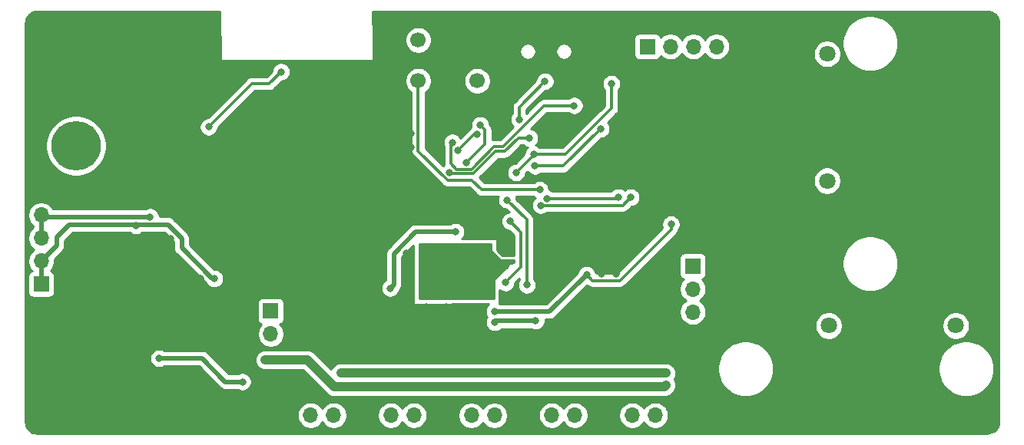
<source format=gbr>
%TF.GenerationSoftware,KiCad,Pcbnew,(5.1.6)-1*%
%TF.CreationDate,2021-08-26T12:07:42+02:00*%
%TF.ProjectId,Car LEDs,43617220-4c45-4447-932e-6b696361645f,rev?*%
%TF.SameCoordinates,Original*%
%TF.FileFunction,Copper,L2,Bot*%
%TF.FilePolarity,Positive*%
%FSLAX46Y46*%
G04 Gerber Fmt 4.6, Leading zero omitted, Abs format (unit mm)*
G04 Created by KiCad (PCBNEW (5.1.6)-1) date 2021-08-26 12:07:42*
%MOMM*%
%LPD*%
G01*
G04 APERTURE LIST*
%TA.AperFunction,ComponentPad*%
%ADD10C,0.800000*%
%TD*%
%TA.AperFunction,ComponentPad*%
%ADD11C,5.000000*%
%TD*%
%TA.AperFunction,ComponentPad*%
%ADD12O,1.700000X1.700000*%
%TD*%
%TA.AperFunction,ComponentPad*%
%ADD13R,1.700000X1.700000*%
%TD*%
%TA.AperFunction,ComponentPad*%
%ADD14C,1.700000*%
%TD*%
%TA.AperFunction,ComponentPad*%
%ADD15C,4.740000*%
%TD*%
%TA.AperFunction,ComponentPad*%
%ADD16C,5.460000*%
%TD*%
%TA.AperFunction,ComponentPad*%
%ADD17C,1.800000*%
%TD*%
%TA.AperFunction,ComponentPad*%
%ADD18C,3.750000*%
%TD*%
%TA.AperFunction,ViaPad*%
%ADD19C,0.800000*%
%TD*%
%TA.AperFunction,Conductor*%
%ADD20C,0.500000*%
%TD*%
%TA.AperFunction,Conductor*%
%ADD21C,0.300000*%
%TD*%
%TA.AperFunction,Conductor*%
%ADD22C,1.000000*%
%TD*%
%TA.AperFunction,Conductor*%
%ADD23C,0.254000*%
%TD*%
G04 APERTURE END LIST*
D10*
%TO.P,H2,1*%
%TO.N,GND*%
X166635825Y-44304175D03*
X165310000Y-43755000D03*
X163984175Y-44304175D03*
X163435000Y-45630000D03*
X163984175Y-46955825D03*
X165310000Y-47505000D03*
X166635825Y-46955825D03*
X167185000Y-45630000D03*
D11*
X165310000Y-45630000D03*
%TD*%
D10*
%TO.P,H1,1*%
%TO.N,GND*%
X100950000Y-44240000D03*
X99624175Y-43690825D03*
X98298350Y-44240000D03*
X97749175Y-45565825D03*
X98298350Y-46891650D03*
X99624175Y-47440825D03*
X100950000Y-46891650D03*
X101499175Y-45565825D03*
D11*
X99624175Y-45565825D03*
%TD*%
D12*
%TO.P,J11,3*%
%TO.N,Net-(J11-Pad3)*%
X150140000Y-86910000D03*
%TO.P,J11,2*%
%TO.N,Data5*%
X152680000Y-86910000D03*
D13*
%TO.P,J11,1*%
%TO.N,GND*%
X155220000Y-86910000D03*
%TD*%
D12*
%TO.P,J10,3*%
%TO.N,Net-(J10-Pad3)*%
X141280000Y-86910000D03*
%TO.P,J10,2*%
%TO.N,Data4*%
X143820000Y-86910000D03*
D13*
%TO.P,J10,1*%
%TO.N,GND*%
X146360000Y-86910000D03*
%TD*%
D12*
%TO.P,J9,3*%
%TO.N,Net-(J9-Pad3)*%
X132410000Y-86920000D03*
%TO.P,J9,2*%
%TO.N,Data3*%
X134950000Y-86920000D03*
D13*
%TO.P,J9,1*%
%TO.N,GND*%
X137490000Y-86920000D03*
%TD*%
D12*
%TO.P,J8,3*%
%TO.N,Net-(J8-Pad3)*%
X123540000Y-86910000D03*
%TO.P,J8,2*%
%TO.N,Data2*%
X126080000Y-86910000D03*
D13*
%TO.P,J8,1*%
%TO.N,GND*%
X128620000Y-86910000D03*
%TD*%
D12*
%TO.P,J7,3*%
%TO.N,Net-(J7-Pad3)*%
X114700000Y-86910000D03*
%TO.P,J7,2*%
%TO.N,Data1*%
X117240000Y-86910000D03*
D13*
%TO.P,J7,1*%
%TO.N,GND*%
X119780000Y-86910000D03*
%TD*%
D14*
%TO.P,SW1,3*%
%TO.N,N/C*%
X126556000Y-45500000D03*
%TO.P,SW1,4*%
X133056000Y-50000000D03*
%TO.P,SW1,2*%
%TO.N,GND*%
X133056000Y-45500000D03*
%TO.P,SW1,1*%
%TO.N,Reset*%
X126556000Y-50000000D03*
%TD*%
D12*
%TO.P,J14,4*%
%TO.N,GND*%
X84990000Y-76760000D03*
%TO.P,J14,3*%
X84990000Y-79300000D03*
%TO.P,J14,2*%
X84990000Y-81840000D03*
D13*
%TO.P,J14,1*%
X84990000Y-84380000D03*
%TD*%
D12*
%TO.P,J13,4*%
%TO.N,5V*%
X85000000Y-64820000D03*
%TO.P,J13,3*%
X85000000Y-67360000D03*
%TO.P,J13,2*%
%TO.N,3V3*%
X85000000Y-69900000D03*
D13*
%TO.P,J13,1*%
X85000000Y-72440000D03*
%TD*%
D12*
%TO.P,J12,3*%
%TO.N,Net-(J12-Pad3)*%
X156820000Y-75510000D03*
%TO.P,J12,2*%
%TO.N,Net-(J12-Pad2)*%
X156820000Y-72970000D03*
D13*
%TO.P,J12,1*%
%TO.N,Net-(J12-Pad1)*%
X156820000Y-70430000D03*
%TD*%
D15*
%TO.P,J6,2*%
%TO.N,GND*%
X88850000Y-51160000D03*
D16*
%TO.P,J6,1*%
%TO.N,CAR_Power*%
X88850000Y-57160000D03*
%TD*%
D17*
%TO.P,J5,4*%
%TO.N,L_OUT*%
X171620000Y-47030000D03*
D18*
%TO.P,J5,3*%
%TO.N,GND*%
X176370000Y-51030000D03*
D17*
%TO.P,J5,2*%
%TO.N,R_OUT*%
X171620000Y-61030000D03*
D18*
%TO.P,J5,1*%
%TO.N,GND*%
X176370000Y-65030000D03*
%TD*%
D12*
%TO.P,J4,4*%
%TO.N,Net-(J4-Pad4)*%
X159430000Y-46215000D03*
%TO.P,J4,3*%
%TO.N,Net-(J4-Pad3)*%
X156890000Y-46215000D03*
%TO.P,J4,2*%
%TO.N,Net-(J4-Pad2)*%
X154350000Y-46215000D03*
D13*
%TO.P,J4,1*%
%TO.N,Net-(J4-Pad1)*%
X151810000Y-46215000D03*
%TD*%
D17*
%TO.P,J3,4*%
%TO.N,L_IN*%
X185800000Y-77020000D03*
D18*
%TO.P,J3,3*%
%TO.N,GND*%
X181800000Y-81770000D03*
D17*
%TO.P,J3,2*%
%TO.N,R_IN*%
X171800000Y-77020000D03*
D18*
%TO.P,J3,1*%
%TO.N,GND*%
X167800000Y-81770000D03*
%TD*%
D12*
%TO.P,J2,2*%
%TO.N,Net-(J2-Pad2)*%
X110300000Y-77940000D03*
D13*
%TO.P,J2,1*%
%TO.N,Net-(J2-Pad1)*%
X110300000Y-75400000D03*
%TD*%
D19*
%TO.N,GND*%
X140230000Y-67460000D03*
X140280000Y-69040000D03*
X105460000Y-58355000D03*
X105485000Y-48955000D03*
X105460000Y-66205000D03*
X136180400Y-54540000D03*
X143540000Y-54570000D03*
X143520000Y-55690000D03*
X140830000Y-55760000D03*
X109890000Y-66250000D03*
X116880000Y-66270000D03*
X109890000Y-58290000D03*
X116880000Y-58290000D03*
X109890000Y-48950000D03*
X129425000Y-70890000D03*
X129425000Y-72200000D03*
X125760000Y-57330000D03*
X125735000Y-55830000D03*
X130360000Y-51730000D03*
X136735000Y-51780000D03*
X136685000Y-49930000D03*
X145110000Y-49930000D03*
X125760000Y-58930000D03*
X122835000Y-53055000D03*
X122835000Y-55530000D03*
X122835000Y-57680000D03*
X122835000Y-60030000D03*
X134510000Y-60980000D03*
X136385000Y-61005000D03*
X147885000Y-47530000D03*
X149260000Y-47530000D03*
X147885000Y-45830000D03*
X149235000Y-45780000D03*
X125985000Y-63505000D03*
X127885000Y-63505000D03*
X129910000Y-63505000D03*
X123210000Y-67380000D03*
X135660000Y-64730000D03*
X143735000Y-70630000D03*
X142135000Y-71055000D03*
X135560000Y-66050000D03*
X121870000Y-68780000D03*
X125850000Y-65070000D03*
X127880000Y-65070000D03*
X129920000Y-65050000D03*
X125220000Y-69050000D03*
X125240000Y-70850000D03*
X125220000Y-72540000D03*
X129430000Y-68520000D03*
X121860000Y-71760000D03*
X118340000Y-71790000D03*
X114600000Y-71810000D03*
X110760000Y-71820000D03*
X106470000Y-71810000D03*
X102600000Y-71820000D03*
X99240000Y-71830000D03*
X99230000Y-70220000D03*
X99230000Y-68880000D03*
X99240000Y-67380000D03*
X124420000Y-66270000D03*
X121830000Y-70260000D03*
X121740000Y-67040000D03*
X123070000Y-65690000D03*
X124380000Y-64560000D03*
X133190000Y-65250000D03*
X148330000Y-68110000D03*
X148330000Y-69610000D03*
X146730000Y-71290000D03*
X148330000Y-71270000D03*
X148340000Y-66660000D03*
X146790000Y-66650000D03*
X99380000Y-75010000D03*
X100800000Y-75010000D03*
X102190000Y-75010000D03*
X103590000Y-75010000D03*
X105170000Y-75020000D03*
X100790000Y-76300000D03*
X102190000Y-76300000D03*
X105180000Y-73870000D03*
X103580000Y-73880000D03*
X102180000Y-73880000D03*
X100820000Y-73880000D03*
X99390000Y-73880000D03*
X105470000Y-70100000D03*
X105470000Y-68430000D03*
X93000000Y-51250000D03*
X88790000Y-47040000D03*
X84560000Y-51270000D03*
X84540000Y-47070000D03*
X93020000Y-46990000D03*
X90900000Y-47020000D03*
X86640000Y-47070000D03*
X84540000Y-49300000D03*
X93020000Y-49270000D03*
X91870000Y-48270000D03*
X85720000Y-48250000D03*
X85660000Y-45600000D03*
X87760000Y-45620000D03*
X89910000Y-45600000D03*
X91890000Y-45600000D03*
X84550000Y-53260000D03*
X93010000Y-53310000D03*
X91810000Y-54360000D03*
X85710000Y-54340000D03*
X97770000Y-75020000D03*
X97760000Y-73830000D03*
X94270000Y-84900000D03*
X101040000Y-85570000D03*
X102410000Y-85600000D03*
X107390000Y-85610000D03*
X94260000Y-83080000D03*
X94250000Y-80880000D03*
X94230000Y-78700000D03*
X92330000Y-78700000D03*
X92320000Y-80850000D03*
X92300000Y-83030000D03*
X120900000Y-80470000D03*
X122430000Y-80440000D03*
X124020000Y-80430000D03*
X125610000Y-80430000D03*
X125610000Y-79050000D03*
X124050000Y-79020000D03*
X122430000Y-79000000D03*
X129650000Y-80400000D03*
X131170000Y-80400000D03*
X132840000Y-80410000D03*
X134530000Y-80380000D03*
X134560000Y-79260000D03*
X132840000Y-79260000D03*
X131150000Y-79250000D03*
X138190000Y-79220000D03*
X139640000Y-79220000D03*
X141180000Y-79220000D03*
X138160000Y-80520000D03*
X139670000Y-80550000D03*
X141180000Y-80600000D03*
X142870000Y-80630000D03*
X147430000Y-80640000D03*
X148860000Y-80610000D03*
X150220000Y-80610000D03*
X151600000Y-80600000D03*
X146610000Y-79190000D03*
X148130000Y-79190000D03*
X149530000Y-79170000D03*
X145310000Y-66650000D03*
X143880000Y-66650000D03*
X145310000Y-65270000D03*
X146790000Y-65260000D03*
X148310000Y-65270000D03*
X115300000Y-74990000D03*
X117540000Y-75010000D03*
X117540000Y-77970000D03*
X115290000Y-77970000D03*
X122720000Y-76100000D03*
X124060000Y-76090000D03*
X164790000Y-68240000D03*
X166460000Y-68270000D03*
X168010000Y-68300000D03*
X164800000Y-70260000D03*
X166440000Y-70330000D03*
X168040000Y-70310000D03*
X154450000Y-63810000D03*
X156540000Y-63810000D03*
X158660000Y-63810000D03*
X151150000Y-71330000D03*
X153390000Y-71360000D03*
X153350000Y-69590000D03*
X149840000Y-68090000D03*
X149860000Y-66660000D03*
X149840000Y-65220000D03*
X143730000Y-75750000D03*
X146700000Y-75790000D03*
X148360000Y-75850000D03*
X151130000Y-75870000D03*
X153410000Y-75890000D03*
X156520000Y-61580000D03*
X154450000Y-61580000D03*
X152370000Y-61550000D03*
X154430000Y-58990000D03*
X156550000Y-58990000D03*
X162940000Y-70260000D03*
X161070000Y-70240000D03*
X155800000Y-78460000D03*
X157790000Y-78460000D03*
X157770000Y-80580000D03*
X157770000Y-82900000D03*
X155780000Y-82850000D03*
X155800000Y-80560000D03*
X89140000Y-78690000D03*
X89160000Y-80830000D03*
X89200000Y-82990000D03*
X89160000Y-84890000D03*
X87580000Y-84890000D03*
X87520000Y-82970000D03*
X87520000Y-80830000D03*
X87560000Y-78670000D03*
X87560000Y-76480000D03*
X89180000Y-76440000D03*
X96060000Y-74970000D03*
X94210000Y-74970000D03*
X96060000Y-73810000D03*
X94230000Y-73790000D03*
X92460000Y-73810000D03*
X92440000Y-71690000D03*
X92460000Y-69510000D03*
X92480000Y-67500000D03*
X90600000Y-67500000D03*
X90580000Y-69490000D03*
X90600000Y-63170000D03*
X92480000Y-63150000D03*
X94230000Y-63150000D03*
X96090000Y-63130000D03*
X97830000Y-63100000D03*
X90580000Y-61490000D03*
X92460000Y-61470000D03*
X94210000Y-61440000D03*
X96090000Y-61440000D03*
X97830000Y-61440000D03*
X96090000Y-59650000D03*
X96110000Y-57680000D03*
X96110000Y-55670000D03*
X96090000Y-53640000D03*
X96060000Y-51240000D03*
X96060000Y-49230000D03*
X98270000Y-51220000D03*
X98290000Y-53620000D03*
X122820000Y-48970000D03*
X122840000Y-46590000D03*
X122840000Y-44470000D03*
X122840000Y-42870000D03*
X126580000Y-42870000D03*
X133030000Y-42850000D03*
X129710000Y-42870000D03*
X129680000Y-74970000D03*
X132440000Y-74990000D03*
X127450000Y-74970000D03*
X148520000Y-58200000D03*
X141500000Y-61570000D03*
X96060000Y-47000000D03*
X103380000Y-47000000D03*
X103380000Y-45590000D03*
X103400000Y-44240000D03*
X96060000Y-44270000D03*
X124520000Y-46570000D03*
X124570000Y-48990000D03*
X124550000Y-44480000D03*
X124550000Y-42890000D03*
X131370000Y-42890000D03*
X128160000Y-42860000D03*
X147890000Y-43850000D03*
X149270000Y-43830000D03*
X156540000Y-56360000D03*
X156540000Y-53970000D03*
X156510000Y-50980000D03*
X159510000Y-51000000D03*
X159510000Y-54000000D03*
X159480000Y-56390000D03*
X159460000Y-59010000D03*
X162350000Y-51000000D03*
X162350000Y-54000000D03*
X162380000Y-56440000D03*
X165240000Y-50980000D03*
%TO.N,5V*%
X97995600Y-80620000D03*
X107190400Y-83210800D03*
X126980000Y-83650000D03*
X135960000Y-83640000D03*
X144900000Y-83630000D03*
X118067067Y-83725242D03*
X134985000Y-75455000D03*
X145110000Y-71380000D03*
X123460000Y-72880000D03*
X130690000Y-66650000D03*
X97000000Y-65010000D03*
X109700000Y-80790000D03*
X153850000Y-83580000D03*
X154430000Y-65820000D03*
%TO.N,DTR*%
X138800000Y-56300000D03*
X130033762Y-60094423D03*
%TO.N,Reset*%
X139960000Y-62005000D03*
%TO.N,CAR_Power*%
X126970000Y-82240000D03*
X135950000Y-82290000D03*
X144920000Y-82270000D03*
X153860000Y-82270000D03*
X118020007Y-82260007D03*
%TO.N,3V3*%
X104090000Y-71830000D03*
X95430000Y-65960000D03*
%TO.N,D+*%
X140535000Y-50049998D03*
X137690000Y-54250000D03*
%TO.N,USB_VCC*%
X143750000Y-52730000D03*
X130310000Y-56800000D03*
%TO.N,USB_TX*%
X139420000Y-59410000D03*
X146675338Y-55295338D03*
%TO.N,USB_RX*%
X139280000Y-58120000D03*
X137350000Y-60120000D03*
X147850000Y-50320000D03*
%TO.N,Net-(IC1-Pad9)*%
X131890000Y-59000000D03*
X133390000Y-54880000D03*
%TO.N,Net-(IC1-Pad8)*%
X130903661Y-57716487D03*
X133059970Y-55890030D03*
%TO.N,SDA*%
X140720525Y-62989181D03*
X148644662Y-62834662D03*
%TO.N,SCL*%
X140060000Y-63740000D03*
X149980000Y-62860000D03*
%TO.N,BT_TX*%
X136360000Y-63155000D03*
X138535000Y-72530000D03*
%TO.N,Data1*%
X136185000Y-72280000D03*
X136690000Y-65500000D03*
%TO.N,RemoteON*%
X139509998Y-76490002D03*
X134999745Y-76642348D03*
%TO.N,Net-(R8-Pad1)*%
X103460000Y-55080000D03*
X111435000Y-49005010D03*
%TD*%
D20*
%TO.N,5V*%
X97995600Y-80620000D02*
X102720000Y-80620000D01*
X102720000Y-80620000D02*
X105310800Y-83210800D01*
X105310800Y-83210800D02*
X107190400Y-83210800D01*
D21*
X126960000Y-83630000D02*
X126980000Y-83650000D01*
X144890000Y-83640000D02*
X144900000Y-83630000D01*
X153800000Y-83630000D02*
X153850000Y-83580000D01*
D20*
X126960000Y-83630000D02*
X126864758Y-83725242D01*
X126864758Y-83725242D02*
X118632752Y-83725242D01*
X118632752Y-83725242D02*
X118067067Y-83725242D01*
X134985000Y-75455000D02*
X141035000Y-75455000D01*
X141035000Y-75455000D02*
X145110000Y-71380000D01*
X126278588Y-66650000D02*
X130690000Y-66650000D01*
X123859999Y-69068589D02*
X126278588Y-66650000D01*
X123460000Y-72880000D02*
X123859999Y-72480001D01*
X123859999Y-72480001D02*
X123859999Y-69068589D01*
X85190000Y-65010000D02*
X85000000Y-64820000D01*
X97000000Y-65010000D02*
X85190000Y-65010000D01*
X85000000Y-64820000D02*
X85000000Y-67360000D01*
D22*
X118067067Y-83725242D02*
X117255242Y-83725242D01*
X117255242Y-83725242D02*
X114320000Y-80790000D01*
X114320000Y-80790000D02*
X109700000Y-80790000D01*
X118067067Y-83725242D02*
X126904758Y-83725242D01*
X153704758Y-83725242D02*
X153850000Y-83580000D01*
X118067067Y-83725242D02*
X153704758Y-83725242D01*
D21*
X154430000Y-66385685D02*
X148775684Y-72040001D01*
X145770001Y-72040001D02*
X145110000Y-71380000D01*
X148775684Y-72040001D02*
X145770001Y-72040001D01*
X154430000Y-65820000D02*
X154430000Y-66385685D01*
%TO.N,DTR*%
X138800000Y-56300000D02*
X137577120Y-56300000D01*
X137577120Y-56300000D02*
X136087110Y-57790010D01*
X136087110Y-57790010D02*
X135097110Y-57790010D01*
X135097110Y-57790010D02*
X132637109Y-60250011D01*
X132637109Y-60250011D02*
X130189350Y-60250011D01*
X130189350Y-60250011D02*
X130033762Y-60094423D01*
%TO.N,Reset*%
X126556000Y-57726663D02*
X129784337Y-60955000D01*
X126556000Y-50000000D02*
X126556000Y-57726663D01*
X129784337Y-60955000D02*
X132485000Y-60955000D01*
X132485000Y-60955000D02*
X133535000Y-62005000D01*
X133535000Y-62005000D02*
X139960000Y-62005000D01*
D20*
%TO.N,CAR_Power*%
X153860000Y-82270000D02*
X144920000Y-82270000D01*
X135970000Y-82270000D02*
X135950000Y-82290000D01*
X144920000Y-82270000D02*
X135970000Y-82270000D01*
X127020000Y-82290000D02*
X126970000Y-82240000D01*
X135950000Y-82290000D02*
X127020000Y-82290000D01*
X126970000Y-82240000D02*
X118040014Y-82240000D01*
X118040014Y-82240000D02*
X118020007Y-82260007D01*
D22*
X153850007Y-82260007D02*
X153860000Y-82270000D01*
X118020007Y-82260007D02*
X153850007Y-82260007D01*
D20*
%TO.N,3V3*%
X85000000Y-69900000D02*
X85000000Y-72440000D01*
X86690000Y-68210000D02*
X85000000Y-69900000D01*
X86690000Y-67270000D02*
X86690000Y-68210000D01*
X88099999Y-65860001D02*
X86690000Y-67270000D01*
X103868002Y-71830000D02*
X100508002Y-68470000D01*
X104090000Y-71830000D02*
X103868002Y-71830000D01*
X100508002Y-68470000D02*
X100508002Y-67390000D01*
X100508002Y-67390000D02*
X98978003Y-65860001D01*
X95500001Y-65860001D02*
X88099999Y-65860001D01*
X98978003Y-65860001D02*
X95500001Y-65860001D01*
X95430000Y-65930002D02*
X95430000Y-65960000D01*
X95500001Y-65860001D02*
X95430000Y-65930002D01*
D21*
%TO.N,D+*%
X137690000Y-52894998D02*
X137690000Y-54250000D01*
X140535000Y-50049998D02*
X137690000Y-52894998D01*
%TO.N,USB_VCC*%
X143750000Y-52730000D02*
X140440000Y-52730000D01*
X140440000Y-52730000D02*
X135880000Y-57290000D01*
X135880000Y-57290000D02*
X134890000Y-57290000D01*
X132429999Y-59750001D02*
X130750001Y-59750001D01*
X134890000Y-57290000D02*
X132429999Y-59750001D01*
X130153660Y-56956340D02*
X130310000Y-56800000D01*
X130750001Y-59750001D02*
X130153660Y-59153660D01*
X130153660Y-59153660D02*
X130153660Y-56956340D01*
%TO.N,USB_TX*%
X142560676Y-59410000D02*
X146675338Y-55295338D01*
X139420000Y-59410000D02*
X142560676Y-59410000D01*
%TO.N,USB_RX*%
X139280000Y-58120000D02*
X139280000Y-58190000D01*
X139280000Y-58190000D02*
X137350000Y-60120000D01*
X147850000Y-53060000D02*
X147850000Y-50320000D01*
X142790000Y-58120000D02*
X147850000Y-53060000D01*
X139280000Y-58120000D02*
X142790000Y-58120000D01*
%TO.N,Net-(IC1-Pad9)*%
X133910001Y-56979999D02*
X133910001Y-55400001D01*
X131890000Y-59000000D02*
X133910001Y-56979999D01*
X133910001Y-55400001D02*
X133390000Y-54880000D01*
%TO.N,Net-(IC1-Pad8)*%
X130903661Y-57716487D02*
X132730118Y-55890030D01*
X132730118Y-55890030D02*
X133059970Y-55890030D01*
%TO.N,SDA*%
X148490143Y-62989181D02*
X148644662Y-62834662D01*
X140720525Y-62989181D02*
X148490143Y-62989181D01*
%TO.N,SCL*%
X140060000Y-63740000D02*
X149100000Y-63740000D01*
X149100000Y-63740000D02*
X149980000Y-62860000D01*
%TO.N,BT_TX*%
X138510000Y-72505000D02*
X138535000Y-72530000D01*
X136360000Y-63155000D02*
X138510000Y-65305000D01*
X138510000Y-65305000D02*
X138510000Y-72505000D01*
%TO.N,Data1*%
X136185000Y-72280000D02*
X137905010Y-70559990D01*
X137905010Y-70559990D02*
X137905010Y-66715010D01*
X137905010Y-66715010D02*
X136690000Y-65500000D01*
D20*
%TO.N,RemoteON*%
X139509998Y-76490002D02*
X135152091Y-76490002D01*
X135152091Y-76490002D02*
X134999745Y-76642348D01*
D21*
%TO.N,Net-(R8-Pad1)*%
X111435000Y-49005010D02*
X110135010Y-50305000D01*
X108235000Y-50305000D02*
X103460000Y-55080000D01*
X110135010Y-50305000D02*
X108235000Y-50305000D01*
%TD*%
D23*
%TO.N,GND*%
G36*
X104673623Y-42351901D02*
G01*
X104738009Y-47631549D01*
X104740440Y-47654776D01*
X104747667Y-47678601D01*
X104759403Y-47700557D01*
X104775197Y-47719803D01*
X104794443Y-47735597D01*
X104816399Y-47747333D01*
X104840224Y-47754560D01*
X104865000Y-47757000D01*
X121495000Y-47757000D01*
X121521294Y-47754248D01*
X121545028Y-47746731D01*
X121566840Y-47734728D01*
X121585891Y-47718701D01*
X121601449Y-47699265D01*
X121612917Y-47677166D01*
X121619853Y-47653256D01*
X121621991Y-47628451D01*
X121594251Y-45353740D01*
X125071000Y-45353740D01*
X125071000Y-45646260D01*
X125128068Y-45933158D01*
X125240010Y-46203411D01*
X125402525Y-46446632D01*
X125609368Y-46653475D01*
X125852589Y-46815990D01*
X126122842Y-46927932D01*
X126409740Y-46985000D01*
X126702260Y-46985000D01*
X126989158Y-46927932D01*
X127259411Y-46815990D01*
X127484825Y-46665373D01*
X137710000Y-46665373D01*
X137710000Y-46844627D01*
X137744971Y-47020437D01*
X137813569Y-47186047D01*
X137913157Y-47335091D01*
X138039909Y-47461843D01*
X138188953Y-47561431D01*
X138354563Y-47630029D01*
X138530373Y-47665000D01*
X138709627Y-47665000D01*
X138885437Y-47630029D01*
X139051047Y-47561431D01*
X139200091Y-47461843D01*
X139326843Y-47335091D01*
X139426431Y-47186047D01*
X139495029Y-47020437D01*
X139530000Y-46844627D01*
X139530000Y-46665373D01*
X141710000Y-46665373D01*
X141710000Y-46844627D01*
X141744971Y-47020437D01*
X141813569Y-47186047D01*
X141913157Y-47335091D01*
X142039909Y-47461843D01*
X142188953Y-47561431D01*
X142354563Y-47630029D01*
X142530373Y-47665000D01*
X142709627Y-47665000D01*
X142885437Y-47630029D01*
X143051047Y-47561431D01*
X143200091Y-47461843D01*
X143326843Y-47335091D01*
X143426431Y-47186047D01*
X143495029Y-47020437D01*
X143530000Y-46844627D01*
X143530000Y-46665373D01*
X143495029Y-46489563D01*
X143426431Y-46323953D01*
X143326843Y-46174909D01*
X143200091Y-46048157D01*
X143051047Y-45948569D01*
X142885437Y-45879971D01*
X142709627Y-45845000D01*
X142530373Y-45845000D01*
X142354563Y-45879971D01*
X142188953Y-45948569D01*
X142039909Y-46048157D01*
X141913157Y-46174909D01*
X141813569Y-46323953D01*
X141744971Y-46489563D01*
X141710000Y-46665373D01*
X139530000Y-46665373D01*
X139495029Y-46489563D01*
X139426431Y-46323953D01*
X139326843Y-46174909D01*
X139200091Y-46048157D01*
X139051047Y-45948569D01*
X138885437Y-45879971D01*
X138709627Y-45845000D01*
X138530373Y-45845000D01*
X138354563Y-45879971D01*
X138188953Y-45948569D01*
X138039909Y-46048157D01*
X137913157Y-46174909D01*
X137813569Y-46323953D01*
X137744971Y-46489563D01*
X137710000Y-46665373D01*
X127484825Y-46665373D01*
X127502632Y-46653475D01*
X127709475Y-46446632D01*
X127871990Y-46203411D01*
X127983932Y-45933158D01*
X128041000Y-45646260D01*
X128041000Y-45365000D01*
X150321928Y-45365000D01*
X150321928Y-47065000D01*
X150334188Y-47189482D01*
X150370498Y-47309180D01*
X150429463Y-47419494D01*
X150508815Y-47516185D01*
X150605506Y-47595537D01*
X150715820Y-47654502D01*
X150835518Y-47690812D01*
X150960000Y-47703072D01*
X152660000Y-47703072D01*
X152784482Y-47690812D01*
X152904180Y-47654502D01*
X153014494Y-47595537D01*
X153111185Y-47516185D01*
X153190537Y-47419494D01*
X153249502Y-47309180D01*
X153271513Y-47236620D01*
X153403368Y-47368475D01*
X153646589Y-47530990D01*
X153916842Y-47642932D01*
X154203740Y-47700000D01*
X154496260Y-47700000D01*
X154783158Y-47642932D01*
X155053411Y-47530990D01*
X155296632Y-47368475D01*
X155503475Y-47161632D01*
X155620000Y-46987240D01*
X155736525Y-47161632D01*
X155943368Y-47368475D01*
X156186589Y-47530990D01*
X156456842Y-47642932D01*
X156743740Y-47700000D01*
X157036260Y-47700000D01*
X157323158Y-47642932D01*
X157593411Y-47530990D01*
X157836632Y-47368475D01*
X158043475Y-47161632D01*
X158160000Y-46987240D01*
X158276525Y-47161632D01*
X158483368Y-47368475D01*
X158726589Y-47530990D01*
X158996842Y-47642932D01*
X159283740Y-47700000D01*
X159576260Y-47700000D01*
X159863158Y-47642932D01*
X160133411Y-47530990D01*
X160376632Y-47368475D01*
X160583475Y-47161632D01*
X160745990Y-46918411D01*
X160762390Y-46878816D01*
X170085000Y-46878816D01*
X170085000Y-47181184D01*
X170143989Y-47477743D01*
X170259701Y-47757095D01*
X170427688Y-48008505D01*
X170641495Y-48222312D01*
X170892905Y-48390299D01*
X171172257Y-48506011D01*
X171468816Y-48565000D01*
X171771184Y-48565000D01*
X172067743Y-48506011D01*
X172347095Y-48390299D01*
X172598505Y-48222312D01*
X172812312Y-48008505D01*
X172980299Y-47757095D01*
X173096011Y-47477743D01*
X173155000Y-47181184D01*
X173155000Y-46878816D01*
X173096011Y-46582257D01*
X172980299Y-46302905D01*
X172812312Y-46051495D01*
X172598505Y-45837688D01*
X172347095Y-45669701D01*
X172122442Y-45576646D01*
X173290000Y-45576646D01*
X173290000Y-46183354D01*
X173408362Y-46778403D01*
X173640539Y-47338927D01*
X173977608Y-47843386D01*
X174406614Y-48272392D01*
X174911073Y-48609461D01*
X175471597Y-48841638D01*
X176066646Y-48960000D01*
X176673354Y-48960000D01*
X177268403Y-48841638D01*
X177828927Y-48609461D01*
X178333386Y-48272392D01*
X178762392Y-47843386D01*
X179099461Y-47338927D01*
X179331638Y-46778403D01*
X179450000Y-46183354D01*
X179450000Y-45576646D01*
X179331638Y-44981597D01*
X179099461Y-44421073D01*
X178762392Y-43916614D01*
X178333386Y-43487608D01*
X177828927Y-43150539D01*
X177268403Y-42918362D01*
X176673354Y-42800000D01*
X176066646Y-42800000D01*
X175471597Y-42918362D01*
X174911073Y-43150539D01*
X174406614Y-43487608D01*
X173977608Y-43916614D01*
X173640539Y-44421073D01*
X173408362Y-44981597D01*
X173290000Y-45576646D01*
X172122442Y-45576646D01*
X172067743Y-45553989D01*
X171771184Y-45495000D01*
X171468816Y-45495000D01*
X171172257Y-45553989D01*
X170892905Y-45669701D01*
X170641495Y-45837688D01*
X170427688Y-46051495D01*
X170259701Y-46302905D01*
X170143989Y-46582257D01*
X170085000Y-46878816D01*
X160762390Y-46878816D01*
X160857932Y-46648158D01*
X160915000Y-46361260D01*
X160915000Y-46068740D01*
X160857932Y-45781842D01*
X160745990Y-45511589D01*
X160583475Y-45268368D01*
X160376632Y-45061525D01*
X160133411Y-44899010D01*
X159863158Y-44787068D01*
X159576260Y-44730000D01*
X159283740Y-44730000D01*
X158996842Y-44787068D01*
X158726589Y-44899010D01*
X158483368Y-45061525D01*
X158276525Y-45268368D01*
X158160000Y-45442760D01*
X158043475Y-45268368D01*
X157836632Y-45061525D01*
X157593411Y-44899010D01*
X157323158Y-44787068D01*
X157036260Y-44730000D01*
X156743740Y-44730000D01*
X156456842Y-44787068D01*
X156186589Y-44899010D01*
X155943368Y-45061525D01*
X155736525Y-45268368D01*
X155620000Y-45442760D01*
X155503475Y-45268368D01*
X155296632Y-45061525D01*
X155053411Y-44899010D01*
X154783158Y-44787068D01*
X154496260Y-44730000D01*
X154203740Y-44730000D01*
X153916842Y-44787068D01*
X153646589Y-44899010D01*
X153403368Y-45061525D01*
X153271513Y-45193380D01*
X153249502Y-45120820D01*
X153190537Y-45010506D01*
X153111185Y-44913815D01*
X153014494Y-44834463D01*
X152904180Y-44775498D01*
X152784482Y-44739188D01*
X152660000Y-44726928D01*
X150960000Y-44726928D01*
X150835518Y-44739188D01*
X150715820Y-44775498D01*
X150605506Y-44834463D01*
X150508815Y-44913815D01*
X150429463Y-45010506D01*
X150370498Y-45120820D01*
X150334188Y-45240518D01*
X150321928Y-45365000D01*
X128041000Y-45365000D01*
X128041000Y-45353740D01*
X127983932Y-45066842D01*
X127871990Y-44796589D01*
X127709475Y-44553368D01*
X127502632Y-44346525D01*
X127259411Y-44184010D01*
X126989158Y-44072068D01*
X126702260Y-44015000D01*
X126409740Y-44015000D01*
X126122842Y-44072068D01*
X125852589Y-44184010D01*
X125609368Y-44346525D01*
X125402525Y-44553368D01*
X125240010Y-44796589D01*
X125128068Y-45066842D01*
X125071000Y-45353740D01*
X121594251Y-45353740D01*
X121557663Y-42353517D01*
X189267690Y-42359997D01*
X189542182Y-42386911D01*
X189775143Y-42457246D01*
X189990003Y-42571489D01*
X190178579Y-42725287D01*
X190333695Y-42912791D01*
X190449435Y-43126846D01*
X190521393Y-43359306D01*
X190550027Y-43631742D01*
X190550000Y-87607722D01*
X190523089Y-87882182D01*
X190452754Y-88115142D01*
X190338510Y-88330004D01*
X190184713Y-88518578D01*
X189997206Y-88673697D01*
X189783154Y-88789435D01*
X189550690Y-88861394D01*
X189278259Y-88890027D01*
X84562278Y-88890000D01*
X84287818Y-88863089D01*
X84054858Y-88792754D01*
X83839996Y-88678510D01*
X83651422Y-88524713D01*
X83496303Y-88337206D01*
X83380565Y-88123154D01*
X83308606Y-87890690D01*
X83279973Y-87618259D01*
X83279973Y-86763740D01*
X113215000Y-86763740D01*
X113215000Y-87056260D01*
X113272068Y-87343158D01*
X113384010Y-87613411D01*
X113546525Y-87856632D01*
X113753368Y-88063475D01*
X113996589Y-88225990D01*
X114266842Y-88337932D01*
X114553740Y-88395000D01*
X114846260Y-88395000D01*
X115133158Y-88337932D01*
X115403411Y-88225990D01*
X115646632Y-88063475D01*
X115853475Y-87856632D01*
X115970000Y-87682240D01*
X116086525Y-87856632D01*
X116293368Y-88063475D01*
X116536589Y-88225990D01*
X116806842Y-88337932D01*
X117093740Y-88395000D01*
X117386260Y-88395000D01*
X117673158Y-88337932D01*
X117943411Y-88225990D01*
X118186632Y-88063475D01*
X118393475Y-87856632D01*
X118555990Y-87613411D01*
X118667932Y-87343158D01*
X118725000Y-87056260D01*
X118725000Y-86763740D01*
X122055000Y-86763740D01*
X122055000Y-87056260D01*
X122112068Y-87343158D01*
X122224010Y-87613411D01*
X122386525Y-87856632D01*
X122593368Y-88063475D01*
X122836589Y-88225990D01*
X123106842Y-88337932D01*
X123393740Y-88395000D01*
X123686260Y-88395000D01*
X123973158Y-88337932D01*
X124243411Y-88225990D01*
X124486632Y-88063475D01*
X124693475Y-87856632D01*
X124810000Y-87682240D01*
X124926525Y-87856632D01*
X125133368Y-88063475D01*
X125376589Y-88225990D01*
X125646842Y-88337932D01*
X125933740Y-88395000D01*
X126226260Y-88395000D01*
X126513158Y-88337932D01*
X126783411Y-88225990D01*
X127026632Y-88063475D01*
X127233475Y-87856632D01*
X127395990Y-87613411D01*
X127507932Y-87343158D01*
X127565000Y-87056260D01*
X127565000Y-86773740D01*
X130925000Y-86773740D01*
X130925000Y-87066260D01*
X130982068Y-87353158D01*
X131094010Y-87623411D01*
X131256525Y-87866632D01*
X131463368Y-88073475D01*
X131706589Y-88235990D01*
X131976842Y-88347932D01*
X132263740Y-88405000D01*
X132556260Y-88405000D01*
X132843158Y-88347932D01*
X133113411Y-88235990D01*
X133356632Y-88073475D01*
X133563475Y-87866632D01*
X133680000Y-87692240D01*
X133796525Y-87866632D01*
X134003368Y-88073475D01*
X134246589Y-88235990D01*
X134516842Y-88347932D01*
X134803740Y-88405000D01*
X135096260Y-88405000D01*
X135383158Y-88347932D01*
X135653411Y-88235990D01*
X135896632Y-88073475D01*
X136103475Y-87866632D01*
X136265990Y-87623411D01*
X136377932Y-87353158D01*
X136435000Y-87066260D01*
X136435000Y-86773740D01*
X136433011Y-86763740D01*
X139795000Y-86763740D01*
X139795000Y-87056260D01*
X139852068Y-87343158D01*
X139964010Y-87613411D01*
X140126525Y-87856632D01*
X140333368Y-88063475D01*
X140576589Y-88225990D01*
X140846842Y-88337932D01*
X141133740Y-88395000D01*
X141426260Y-88395000D01*
X141713158Y-88337932D01*
X141983411Y-88225990D01*
X142226632Y-88063475D01*
X142433475Y-87856632D01*
X142550000Y-87682240D01*
X142666525Y-87856632D01*
X142873368Y-88063475D01*
X143116589Y-88225990D01*
X143386842Y-88337932D01*
X143673740Y-88395000D01*
X143966260Y-88395000D01*
X144253158Y-88337932D01*
X144523411Y-88225990D01*
X144766632Y-88063475D01*
X144973475Y-87856632D01*
X145135990Y-87613411D01*
X145247932Y-87343158D01*
X145305000Y-87056260D01*
X145305000Y-86763740D01*
X148655000Y-86763740D01*
X148655000Y-87056260D01*
X148712068Y-87343158D01*
X148824010Y-87613411D01*
X148986525Y-87856632D01*
X149193368Y-88063475D01*
X149436589Y-88225990D01*
X149706842Y-88337932D01*
X149993740Y-88395000D01*
X150286260Y-88395000D01*
X150573158Y-88337932D01*
X150843411Y-88225990D01*
X151086632Y-88063475D01*
X151293475Y-87856632D01*
X151410000Y-87682240D01*
X151526525Y-87856632D01*
X151733368Y-88063475D01*
X151976589Y-88225990D01*
X152246842Y-88337932D01*
X152533740Y-88395000D01*
X152826260Y-88395000D01*
X153113158Y-88337932D01*
X153383411Y-88225990D01*
X153626632Y-88063475D01*
X153833475Y-87856632D01*
X153995990Y-87613411D01*
X154107932Y-87343158D01*
X154165000Y-87056260D01*
X154165000Y-86763740D01*
X154107932Y-86476842D01*
X153995990Y-86206589D01*
X153833475Y-85963368D01*
X153626632Y-85756525D01*
X153383411Y-85594010D01*
X153113158Y-85482068D01*
X152826260Y-85425000D01*
X152533740Y-85425000D01*
X152246842Y-85482068D01*
X151976589Y-85594010D01*
X151733368Y-85756525D01*
X151526525Y-85963368D01*
X151410000Y-86137760D01*
X151293475Y-85963368D01*
X151086632Y-85756525D01*
X150843411Y-85594010D01*
X150573158Y-85482068D01*
X150286260Y-85425000D01*
X149993740Y-85425000D01*
X149706842Y-85482068D01*
X149436589Y-85594010D01*
X149193368Y-85756525D01*
X148986525Y-85963368D01*
X148824010Y-86206589D01*
X148712068Y-86476842D01*
X148655000Y-86763740D01*
X145305000Y-86763740D01*
X145247932Y-86476842D01*
X145135990Y-86206589D01*
X144973475Y-85963368D01*
X144766632Y-85756525D01*
X144523411Y-85594010D01*
X144253158Y-85482068D01*
X143966260Y-85425000D01*
X143673740Y-85425000D01*
X143386842Y-85482068D01*
X143116589Y-85594010D01*
X142873368Y-85756525D01*
X142666525Y-85963368D01*
X142550000Y-86137760D01*
X142433475Y-85963368D01*
X142226632Y-85756525D01*
X141983411Y-85594010D01*
X141713158Y-85482068D01*
X141426260Y-85425000D01*
X141133740Y-85425000D01*
X140846842Y-85482068D01*
X140576589Y-85594010D01*
X140333368Y-85756525D01*
X140126525Y-85963368D01*
X139964010Y-86206589D01*
X139852068Y-86476842D01*
X139795000Y-86763740D01*
X136433011Y-86763740D01*
X136377932Y-86486842D01*
X136265990Y-86216589D01*
X136103475Y-85973368D01*
X135896632Y-85766525D01*
X135653411Y-85604010D01*
X135383158Y-85492068D01*
X135096260Y-85435000D01*
X134803740Y-85435000D01*
X134516842Y-85492068D01*
X134246589Y-85604010D01*
X134003368Y-85766525D01*
X133796525Y-85973368D01*
X133680000Y-86147760D01*
X133563475Y-85973368D01*
X133356632Y-85766525D01*
X133113411Y-85604010D01*
X132843158Y-85492068D01*
X132556260Y-85435000D01*
X132263740Y-85435000D01*
X131976842Y-85492068D01*
X131706589Y-85604010D01*
X131463368Y-85766525D01*
X131256525Y-85973368D01*
X131094010Y-86216589D01*
X130982068Y-86486842D01*
X130925000Y-86773740D01*
X127565000Y-86773740D01*
X127565000Y-86763740D01*
X127507932Y-86476842D01*
X127395990Y-86206589D01*
X127233475Y-85963368D01*
X127026632Y-85756525D01*
X126783411Y-85594010D01*
X126513158Y-85482068D01*
X126226260Y-85425000D01*
X125933740Y-85425000D01*
X125646842Y-85482068D01*
X125376589Y-85594010D01*
X125133368Y-85756525D01*
X124926525Y-85963368D01*
X124810000Y-86137760D01*
X124693475Y-85963368D01*
X124486632Y-85756525D01*
X124243411Y-85594010D01*
X123973158Y-85482068D01*
X123686260Y-85425000D01*
X123393740Y-85425000D01*
X123106842Y-85482068D01*
X122836589Y-85594010D01*
X122593368Y-85756525D01*
X122386525Y-85963368D01*
X122224010Y-86206589D01*
X122112068Y-86476842D01*
X122055000Y-86763740D01*
X118725000Y-86763740D01*
X118667932Y-86476842D01*
X118555990Y-86206589D01*
X118393475Y-85963368D01*
X118186632Y-85756525D01*
X117943411Y-85594010D01*
X117673158Y-85482068D01*
X117386260Y-85425000D01*
X117093740Y-85425000D01*
X116806842Y-85482068D01*
X116536589Y-85594010D01*
X116293368Y-85756525D01*
X116086525Y-85963368D01*
X115970000Y-86137760D01*
X115853475Y-85963368D01*
X115646632Y-85756525D01*
X115403411Y-85594010D01*
X115133158Y-85482068D01*
X114846260Y-85425000D01*
X114553740Y-85425000D01*
X114266842Y-85482068D01*
X113996589Y-85594010D01*
X113753368Y-85756525D01*
X113546525Y-85963368D01*
X113384010Y-86206589D01*
X113272068Y-86476842D01*
X113215000Y-86763740D01*
X83279973Y-86763740D01*
X83279976Y-80518061D01*
X96960600Y-80518061D01*
X96960600Y-80721939D01*
X97000374Y-80921898D01*
X97078395Y-81110256D01*
X97191663Y-81279774D01*
X97335826Y-81423937D01*
X97505344Y-81537205D01*
X97693702Y-81615226D01*
X97893661Y-81655000D01*
X98097539Y-81655000D01*
X98297498Y-81615226D01*
X98485856Y-81537205D01*
X98534054Y-81505000D01*
X102353422Y-81505000D01*
X104654270Y-83805849D01*
X104681983Y-83839617D01*
X104715751Y-83867330D01*
X104715753Y-83867332D01*
X104733502Y-83881898D01*
X104816741Y-83950211D01*
X104970487Y-84032389D01*
X105137310Y-84082995D01*
X105267323Y-84095800D01*
X105267333Y-84095800D01*
X105310799Y-84100081D01*
X105354265Y-84095800D01*
X106651946Y-84095800D01*
X106700144Y-84128005D01*
X106888502Y-84206026D01*
X107088461Y-84245800D01*
X107292339Y-84245800D01*
X107492298Y-84206026D01*
X107680656Y-84128005D01*
X107850174Y-84014737D01*
X107994337Y-83870574D01*
X108107605Y-83701056D01*
X108185626Y-83512698D01*
X108225400Y-83312739D01*
X108225400Y-83108861D01*
X108185626Y-82908902D01*
X108107605Y-82720544D01*
X107994337Y-82551026D01*
X107850174Y-82406863D01*
X107680656Y-82293595D01*
X107492298Y-82215574D01*
X107292339Y-82175800D01*
X107088461Y-82175800D01*
X106888502Y-82215574D01*
X106700144Y-82293595D01*
X106651946Y-82325800D01*
X105677379Y-82325800D01*
X104141579Y-80790000D01*
X108559509Y-80790000D01*
X108581423Y-81012499D01*
X108646324Y-81226447D01*
X108751716Y-81423623D01*
X108893551Y-81596449D01*
X109066377Y-81738284D01*
X109263553Y-81843676D01*
X109477501Y-81908577D01*
X109644248Y-81925000D01*
X113849869Y-81925000D01*
X116413251Y-84488383D01*
X116448793Y-84531691D01*
X116621619Y-84673526D01*
X116818795Y-84778918D01*
X117032743Y-84843819D01*
X117255241Y-84865733D01*
X117310993Y-84860242D01*
X153649007Y-84860242D01*
X153704758Y-84865733D01*
X153760509Y-84860242D01*
X153760510Y-84860242D01*
X153927257Y-84843819D01*
X154141205Y-84778918D01*
X154338381Y-84673526D01*
X154511207Y-84531691D01*
X154546754Y-84488377D01*
X154691988Y-84343143D01*
X154798283Y-84213622D01*
X154903675Y-84016446D01*
X154968577Y-83802499D01*
X154990490Y-83580001D01*
X154968577Y-83357502D01*
X154903675Y-83143554D01*
X154798283Y-82946378D01*
X154785738Y-82931093D01*
X154808283Y-82903622D01*
X154913675Y-82706446D01*
X154978576Y-82492498D01*
X155000490Y-82269999D01*
X154978576Y-82047501D01*
X154913675Y-81833554D01*
X154808283Y-81636378D01*
X154701988Y-81506857D01*
X154692003Y-81496872D01*
X154667198Y-81466646D01*
X159570000Y-81466646D01*
X159570000Y-82073354D01*
X159688362Y-82668403D01*
X159920539Y-83228927D01*
X160257608Y-83733386D01*
X160686614Y-84162392D01*
X161191073Y-84499461D01*
X161751597Y-84731638D01*
X162346646Y-84850000D01*
X162953354Y-84850000D01*
X163548403Y-84731638D01*
X164108927Y-84499461D01*
X164613386Y-84162392D01*
X165042392Y-83733386D01*
X165379461Y-83228927D01*
X165611638Y-82668403D01*
X165730000Y-82073354D01*
X165730000Y-81466646D01*
X183870000Y-81466646D01*
X183870000Y-82073354D01*
X183988362Y-82668403D01*
X184220539Y-83228927D01*
X184557608Y-83733386D01*
X184986614Y-84162392D01*
X185491073Y-84499461D01*
X186051597Y-84731638D01*
X186646646Y-84850000D01*
X187253354Y-84850000D01*
X187848403Y-84731638D01*
X188408927Y-84499461D01*
X188913386Y-84162392D01*
X189342392Y-83733386D01*
X189679461Y-83228927D01*
X189911638Y-82668403D01*
X190030000Y-82073354D01*
X190030000Y-81466646D01*
X189911638Y-80871597D01*
X189679461Y-80311073D01*
X189342392Y-79806614D01*
X188913386Y-79377608D01*
X188408927Y-79040539D01*
X187848403Y-78808362D01*
X187253354Y-78690000D01*
X186646646Y-78690000D01*
X186051597Y-78808362D01*
X185491073Y-79040539D01*
X184986614Y-79377608D01*
X184557608Y-79806614D01*
X184220539Y-80311073D01*
X183988362Y-80871597D01*
X183870000Y-81466646D01*
X165730000Y-81466646D01*
X165611638Y-80871597D01*
X165379461Y-80311073D01*
X165042392Y-79806614D01*
X164613386Y-79377608D01*
X164108927Y-79040539D01*
X163548403Y-78808362D01*
X162953354Y-78690000D01*
X162346646Y-78690000D01*
X161751597Y-78808362D01*
X161191073Y-79040539D01*
X160686614Y-79377608D01*
X160257608Y-79806614D01*
X159920539Y-80311073D01*
X159688362Y-80871597D01*
X159570000Y-81466646D01*
X154667198Y-81466646D01*
X154656456Y-81453558D01*
X154483630Y-81311723D01*
X154286454Y-81206331D01*
X154072506Y-81141430D01*
X153905759Y-81125007D01*
X153905758Y-81125007D01*
X153850007Y-81119516D01*
X153794256Y-81125007D01*
X117964255Y-81125007D01*
X117797508Y-81141430D01*
X117583560Y-81206331D01*
X117386384Y-81311723D01*
X117213558Y-81453558D01*
X117071723Y-81626384D01*
X116966331Y-81823560D01*
X116964553Y-81829421D01*
X115161996Y-80026865D01*
X115126449Y-79983551D01*
X114953623Y-79841716D01*
X114756447Y-79736324D01*
X114542499Y-79671423D01*
X114375752Y-79655000D01*
X114375751Y-79655000D01*
X114320000Y-79649509D01*
X114264249Y-79655000D01*
X109644248Y-79655000D01*
X109477501Y-79671423D01*
X109263553Y-79736324D01*
X109066377Y-79841716D01*
X108893551Y-79983551D01*
X108751716Y-80156377D01*
X108646324Y-80353553D01*
X108581423Y-80567501D01*
X108559509Y-80790000D01*
X104141579Y-80790000D01*
X103376534Y-80024956D01*
X103348817Y-79991183D01*
X103214059Y-79880589D01*
X103060313Y-79798411D01*
X102893490Y-79747805D01*
X102763477Y-79735000D01*
X102763469Y-79735000D01*
X102720000Y-79730719D01*
X102676531Y-79735000D01*
X98534054Y-79735000D01*
X98485856Y-79702795D01*
X98297498Y-79624774D01*
X98097539Y-79585000D01*
X97893661Y-79585000D01*
X97693702Y-79624774D01*
X97505344Y-79702795D01*
X97335826Y-79816063D01*
X97191663Y-79960226D01*
X97078395Y-80129744D01*
X97000374Y-80318102D01*
X96960600Y-80518061D01*
X83279976Y-80518061D01*
X83279980Y-74550000D01*
X108811928Y-74550000D01*
X108811928Y-76250000D01*
X108824188Y-76374482D01*
X108860498Y-76494180D01*
X108919463Y-76604494D01*
X108998815Y-76701185D01*
X109095506Y-76780537D01*
X109205820Y-76839502D01*
X109278380Y-76861513D01*
X109146525Y-76993368D01*
X108984010Y-77236589D01*
X108872068Y-77506842D01*
X108815000Y-77793740D01*
X108815000Y-78086260D01*
X108872068Y-78373158D01*
X108984010Y-78643411D01*
X109146525Y-78886632D01*
X109353368Y-79093475D01*
X109596589Y-79255990D01*
X109866842Y-79367932D01*
X110153740Y-79425000D01*
X110446260Y-79425000D01*
X110733158Y-79367932D01*
X111003411Y-79255990D01*
X111246632Y-79093475D01*
X111453475Y-78886632D01*
X111615990Y-78643411D01*
X111727932Y-78373158D01*
X111785000Y-78086260D01*
X111785000Y-77793740D01*
X111727932Y-77506842D01*
X111615990Y-77236589D01*
X111453475Y-76993368D01*
X111321620Y-76861513D01*
X111394180Y-76839502D01*
X111504494Y-76780537D01*
X111601185Y-76701185D01*
X111680537Y-76604494D01*
X111739502Y-76494180D01*
X111775812Y-76374482D01*
X111788072Y-76250000D01*
X111788072Y-74550000D01*
X111775812Y-74425518D01*
X111739502Y-74305820D01*
X111680537Y-74195506D01*
X111601185Y-74098815D01*
X111504494Y-74019463D01*
X111394180Y-73960498D01*
X111274482Y-73924188D01*
X111150000Y-73911928D01*
X109450000Y-73911928D01*
X109325518Y-73924188D01*
X109205820Y-73960498D01*
X109095506Y-74019463D01*
X108998815Y-74098815D01*
X108919463Y-74195506D01*
X108860498Y-74305820D01*
X108824188Y-74425518D01*
X108811928Y-74550000D01*
X83279980Y-74550000D01*
X83279982Y-71590000D01*
X83511928Y-71590000D01*
X83511928Y-73290000D01*
X83524188Y-73414482D01*
X83560498Y-73534180D01*
X83619463Y-73644494D01*
X83698815Y-73741185D01*
X83795506Y-73820537D01*
X83905820Y-73879502D01*
X84025518Y-73915812D01*
X84150000Y-73928072D01*
X85850000Y-73928072D01*
X85974482Y-73915812D01*
X86094180Y-73879502D01*
X86204494Y-73820537D01*
X86301185Y-73741185D01*
X86380537Y-73644494D01*
X86439502Y-73534180D01*
X86475812Y-73414482D01*
X86488072Y-73290000D01*
X86488072Y-71590000D01*
X86475812Y-71465518D01*
X86439502Y-71345820D01*
X86380537Y-71235506D01*
X86301185Y-71138815D01*
X86204494Y-71059463D01*
X86094180Y-71000498D01*
X86021620Y-70978487D01*
X86153475Y-70846632D01*
X86315990Y-70603411D01*
X86427932Y-70333158D01*
X86485000Y-70046260D01*
X86485000Y-69753740D01*
X86470539Y-69681040D01*
X87285049Y-68866530D01*
X87318817Y-68838817D01*
X87353788Y-68796206D01*
X87429411Y-68704059D01*
X87475646Y-68617558D01*
X87511589Y-68550313D01*
X87546843Y-68434097D01*
X87562195Y-68383491D01*
X87567544Y-68329178D01*
X87575000Y-68253477D01*
X87575000Y-68253469D01*
X87579281Y-68210000D01*
X87575000Y-68166531D01*
X87575000Y-67636578D01*
X88466578Y-66745001D01*
X94751290Y-66745001D01*
X94770226Y-66763937D01*
X94939744Y-66877205D01*
X95128102Y-66955226D01*
X95328061Y-66995000D01*
X95531939Y-66995000D01*
X95731898Y-66955226D01*
X95920256Y-66877205D01*
X96089774Y-66763937D01*
X96108710Y-66745001D01*
X98611425Y-66745001D01*
X99623003Y-67756579D01*
X99623002Y-68426530D01*
X99618721Y-68470000D01*
X99623002Y-68513469D01*
X99623002Y-68513476D01*
X99633253Y-68617558D01*
X99635807Y-68643490D01*
X99638763Y-68653234D01*
X99686413Y-68810312D01*
X99768591Y-68964058D01*
X99879185Y-69098817D01*
X99912958Y-69126534D01*
X103211472Y-72425049D01*
X103239185Y-72458817D01*
X103272953Y-72486530D01*
X103272955Y-72486532D01*
X103327974Y-72531685D01*
X103430226Y-72633937D01*
X103599744Y-72747205D01*
X103788102Y-72825226D01*
X103988061Y-72865000D01*
X104191939Y-72865000D01*
X104391898Y-72825226D01*
X104505763Y-72778061D01*
X122425000Y-72778061D01*
X122425000Y-72981939D01*
X122464774Y-73181898D01*
X122542795Y-73370256D01*
X122656063Y-73539774D01*
X122800226Y-73683937D01*
X122969744Y-73797205D01*
X123158102Y-73875226D01*
X123358061Y-73915000D01*
X123561939Y-73915000D01*
X123761898Y-73875226D01*
X123950256Y-73797205D01*
X124119774Y-73683937D01*
X124263937Y-73539774D01*
X124377205Y-73370256D01*
X124455226Y-73181898D01*
X124466045Y-73127505D01*
X124488816Y-73108818D01*
X124599410Y-72974060D01*
X124681588Y-72820314D01*
X124732194Y-72653491D01*
X124744999Y-72523478D01*
X124744999Y-72523468D01*
X124749280Y-72480002D01*
X124744999Y-72436535D01*
X124744999Y-69435167D01*
X125978000Y-68202167D01*
X125978000Y-74540000D01*
X125980507Y-74565111D01*
X125987798Y-74588916D01*
X125999594Y-74610841D01*
X126015439Y-74630044D01*
X126034727Y-74645786D01*
X126056715Y-74657463D01*
X126080559Y-74664626D01*
X126105342Y-74667000D01*
X134334499Y-74644867D01*
X134325226Y-74651063D01*
X134181063Y-74795226D01*
X134067795Y-74964744D01*
X133989774Y-75153102D01*
X133950000Y-75353061D01*
X133950000Y-75556939D01*
X133989774Y-75756898D01*
X134067795Y-75945256D01*
X134144269Y-76059708D01*
X134082540Y-76152092D01*
X134004519Y-76340450D01*
X133964745Y-76540409D01*
X133964745Y-76744287D01*
X134004519Y-76944246D01*
X134082540Y-77132604D01*
X134195808Y-77302122D01*
X134339971Y-77446285D01*
X134509489Y-77559553D01*
X134697847Y-77637574D01*
X134897806Y-77677348D01*
X135101684Y-77677348D01*
X135301643Y-77637574D01*
X135490001Y-77559553D01*
X135659519Y-77446285D01*
X135730802Y-77375002D01*
X138971544Y-77375002D01*
X139019742Y-77407207D01*
X139208100Y-77485228D01*
X139408059Y-77525002D01*
X139611937Y-77525002D01*
X139811896Y-77485228D01*
X140000254Y-77407207D01*
X140169772Y-77293939D01*
X140313935Y-77149776D01*
X140427203Y-76980258D01*
X140505224Y-76791900D01*
X140544998Y-76591941D01*
X140544998Y-76388063D01*
X140535438Y-76340000D01*
X140991531Y-76340000D01*
X141035000Y-76344281D01*
X141078469Y-76340000D01*
X141078477Y-76340000D01*
X141208490Y-76327195D01*
X141375313Y-76276589D01*
X141529059Y-76194411D01*
X141663817Y-76083817D01*
X141691534Y-76050044D01*
X145180710Y-72560868D01*
X145187658Y-72567816D01*
X145212237Y-72597765D01*
X145242185Y-72622343D01*
X145242188Y-72622346D01*
X145256312Y-72633937D01*
X145331768Y-72695863D01*
X145468141Y-72768755D01*
X145581673Y-72803195D01*
X145616113Y-72813642D01*
X145630491Y-72815058D01*
X145731440Y-72825001D01*
X145731447Y-72825001D01*
X145770000Y-72828798D01*
X145808553Y-72825001D01*
X148737131Y-72825001D01*
X148775684Y-72828798D01*
X148814237Y-72825001D01*
X148814245Y-72825001D01*
X148929571Y-72813642D01*
X149077544Y-72768755D01*
X149213917Y-72695863D01*
X149333448Y-72597765D01*
X149358031Y-72567811D01*
X152345842Y-69580000D01*
X155331928Y-69580000D01*
X155331928Y-71280000D01*
X155344188Y-71404482D01*
X155380498Y-71524180D01*
X155439463Y-71634494D01*
X155518815Y-71731185D01*
X155615506Y-71810537D01*
X155725820Y-71869502D01*
X155798380Y-71891513D01*
X155666525Y-72023368D01*
X155504010Y-72266589D01*
X155392068Y-72536842D01*
X155335000Y-72823740D01*
X155335000Y-73116260D01*
X155392068Y-73403158D01*
X155504010Y-73673411D01*
X155666525Y-73916632D01*
X155873368Y-74123475D01*
X156047760Y-74240000D01*
X155873368Y-74356525D01*
X155666525Y-74563368D01*
X155504010Y-74806589D01*
X155392068Y-75076842D01*
X155335000Y-75363740D01*
X155335000Y-75656260D01*
X155392068Y-75943158D01*
X155504010Y-76213411D01*
X155666525Y-76456632D01*
X155873368Y-76663475D01*
X156116589Y-76825990D01*
X156386842Y-76937932D01*
X156673740Y-76995000D01*
X156966260Y-76995000D01*
X157253158Y-76937932D01*
X157420019Y-76868816D01*
X170265000Y-76868816D01*
X170265000Y-77171184D01*
X170323989Y-77467743D01*
X170439701Y-77747095D01*
X170607688Y-77998505D01*
X170821495Y-78212312D01*
X171072905Y-78380299D01*
X171352257Y-78496011D01*
X171648816Y-78555000D01*
X171951184Y-78555000D01*
X172247743Y-78496011D01*
X172527095Y-78380299D01*
X172778505Y-78212312D01*
X172992312Y-77998505D01*
X173160299Y-77747095D01*
X173276011Y-77467743D01*
X173335000Y-77171184D01*
X173335000Y-76868816D01*
X184265000Y-76868816D01*
X184265000Y-77171184D01*
X184323989Y-77467743D01*
X184439701Y-77747095D01*
X184607688Y-77998505D01*
X184821495Y-78212312D01*
X185072905Y-78380299D01*
X185352257Y-78496011D01*
X185648816Y-78555000D01*
X185951184Y-78555000D01*
X186247743Y-78496011D01*
X186527095Y-78380299D01*
X186778505Y-78212312D01*
X186992312Y-77998505D01*
X187160299Y-77747095D01*
X187276011Y-77467743D01*
X187335000Y-77171184D01*
X187335000Y-76868816D01*
X187276011Y-76572257D01*
X187160299Y-76292905D01*
X186992312Y-76041495D01*
X186778505Y-75827688D01*
X186527095Y-75659701D01*
X186247743Y-75543989D01*
X185951184Y-75485000D01*
X185648816Y-75485000D01*
X185352257Y-75543989D01*
X185072905Y-75659701D01*
X184821495Y-75827688D01*
X184607688Y-76041495D01*
X184439701Y-76292905D01*
X184323989Y-76572257D01*
X184265000Y-76868816D01*
X173335000Y-76868816D01*
X173276011Y-76572257D01*
X173160299Y-76292905D01*
X172992312Y-76041495D01*
X172778505Y-75827688D01*
X172527095Y-75659701D01*
X172247743Y-75543989D01*
X171951184Y-75485000D01*
X171648816Y-75485000D01*
X171352257Y-75543989D01*
X171072905Y-75659701D01*
X170821495Y-75827688D01*
X170607688Y-76041495D01*
X170439701Y-76292905D01*
X170323989Y-76572257D01*
X170265000Y-76868816D01*
X157420019Y-76868816D01*
X157523411Y-76825990D01*
X157766632Y-76663475D01*
X157973475Y-76456632D01*
X158135990Y-76213411D01*
X158247932Y-75943158D01*
X158305000Y-75656260D01*
X158305000Y-75363740D01*
X158247932Y-75076842D01*
X158135990Y-74806589D01*
X157973475Y-74563368D01*
X157766632Y-74356525D01*
X157592240Y-74240000D01*
X157766632Y-74123475D01*
X157973475Y-73916632D01*
X158135990Y-73673411D01*
X158247932Y-73403158D01*
X158305000Y-73116260D01*
X158305000Y-72823740D01*
X158247932Y-72536842D01*
X158135990Y-72266589D01*
X157973475Y-72023368D01*
X157841620Y-71891513D01*
X157914180Y-71869502D01*
X158024494Y-71810537D01*
X158121185Y-71731185D01*
X158200537Y-71634494D01*
X158259502Y-71524180D01*
X158295812Y-71404482D01*
X158308072Y-71280000D01*
X158308072Y-69876646D01*
X173290000Y-69876646D01*
X173290000Y-70483354D01*
X173408362Y-71078403D01*
X173640539Y-71638927D01*
X173977608Y-72143386D01*
X174406614Y-72572392D01*
X174911073Y-72909461D01*
X175471597Y-73141638D01*
X176066646Y-73260000D01*
X176673354Y-73260000D01*
X177268403Y-73141638D01*
X177828927Y-72909461D01*
X178333386Y-72572392D01*
X178762392Y-72143386D01*
X179099461Y-71638927D01*
X179331638Y-71078403D01*
X179450000Y-70483354D01*
X179450000Y-69876646D01*
X179331638Y-69281597D01*
X179099461Y-68721073D01*
X178762392Y-68216614D01*
X178333386Y-67787608D01*
X177828927Y-67450539D01*
X177268403Y-67218362D01*
X176673354Y-67100000D01*
X176066646Y-67100000D01*
X175471597Y-67218362D01*
X174911073Y-67450539D01*
X174406614Y-67787608D01*
X173977608Y-68216614D01*
X173640539Y-68721073D01*
X173408362Y-69281597D01*
X173290000Y-69876646D01*
X158308072Y-69876646D01*
X158308072Y-69580000D01*
X158295812Y-69455518D01*
X158259502Y-69335820D01*
X158200537Y-69225506D01*
X158121185Y-69128815D01*
X158024494Y-69049463D01*
X157914180Y-68990498D01*
X157794482Y-68954188D01*
X157670000Y-68941928D01*
X155970000Y-68941928D01*
X155845518Y-68954188D01*
X155725820Y-68990498D01*
X155615506Y-69049463D01*
X155518815Y-69128815D01*
X155439463Y-69225506D01*
X155380498Y-69335820D01*
X155344188Y-69455518D01*
X155331928Y-69580000D01*
X152345842Y-69580000D01*
X154957816Y-66968027D01*
X154987764Y-66943449D01*
X155026754Y-66895941D01*
X155060353Y-66855000D01*
X155085862Y-66823918D01*
X155158754Y-66687545D01*
X155203641Y-66539572D01*
X155206864Y-66506847D01*
X155233937Y-66479774D01*
X155347205Y-66310256D01*
X155425226Y-66121898D01*
X155465000Y-65921939D01*
X155465000Y-65718061D01*
X155425226Y-65518102D01*
X155347205Y-65329744D01*
X155233937Y-65160226D01*
X155089774Y-65016063D01*
X154920256Y-64902795D01*
X154731898Y-64824774D01*
X154531939Y-64785000D01*
X154328061Y-64785000D01*
X154128102Y-64824774D01*
X153939744Y-64902795D01*
X153770226Y-65016063D01*
X153626063Y-65160226D01*
X153512795Y-65329744D01*
X153434774Y-65518102D01*
X153395000Y-65718061D01*
X153395000Y-65921939D01*
X153434774Y-66121898D01*
X153478373Y-66227154D01*
X148450527Y-71255001D01*
X146140413Y-71255001D01*
X146105226Y-71078102D01*
X146027205Y-70889744D01*
X145913937Y-70720226D01*
X145769774Y-70576063D01*
X145600256Y-70462795D01*
X145411898Y-70384774D01*
X145211939Y-70345000D01*
X145008061Y-70345000D01*
X144808102Y-70384774D01*
X144619744Y-70462795D01*
X144450226Y-70576063D01*
X144306063Y-70720226D01*
X144192795Y-70889744D01*
X144114774Y-71078102D01*
X144103465Y-71134956D01*
X140668422Y-74570000D01*
X135523454Y-74570000D01*
X135516451Y-74565320D01*
X135517184Y-74563959D01*
X135524484Y-74540156D01*
X135526999Y-74515388D01*
X135531355Y-73088032D01*
X135694744Y-73197205D01*
X135883102Y-73275226D01*
X136083061Y-73315000D01*
X136286939Y-73315000D01*
X136486898Y-73275226D01*
X136675256Y-73197205D01*
X136844774Y-73083937D01*
X136988937Y-72939774D01*
X137102205Y-72770256D01*
X137180226Y-72581898D01*
X137220000Y-72381939D01*
X137220000Y-72355157D01*
X137725001Y-71850157D01*
X137725001Y-71879299D01*
X137617795Y-72039744D01*
X137539774Y-72228102D01*
X137500000Y-72428061D01*
X137500000Y-72631939D01*
X137539774Y-72831898D01*
X137617795Y-73020256D01*
X137731063Y-73189774D01*
X137875226Y-73333937D01*
X138044744Y-73447205D01*
X138233102Y-73525226D01*
X138433061Y-73565000D01*
X138636939Y-73565000D01*
X138836898Y-73525226D01*
X139025256Y-73447205D01*
X139194774Y-73333937D01*
X139338937Y-73189774D01*
X139452205Y-73020256D01*
X139530226Y-72831898D01*
X139570000Y-72631939D01*
X139570000Y-72428061D01*
X139530226Y-72228102D01*
X139452205Y-72039744D01*
X139338937Y-71870226D01*
X139295000Y-71826289D01*
X139295000Y-65343552D01*
X139298797Y-65304999D01*
X139295000Y-65266446D01*
X139295000Y-65266439D01*
X139283641Y-65151113D01*
X139274383Y-65120591D01*
X139238754Y-65003140D01*
X139230558Y-64987806D01*
X139165862Y-64866767D01*
X139067764Y-64747236D01*
X139037817Y-64722659D01*
X137395000Y-63079843D01*
X137395000Y-63053061D01*
X137355226Y-62853102D01*
X137329088Y-62790000D01*
X139281289Y-62790000D01*
X139300226Y-62808937D01*
X139445355Y-62905909D01*
X139400226Y-62936063D01*
X139256063Y-63080226D01*
X139142795Y-63249744D01*
X139064774Y-63438102D01*
X139025000Y-63638061D01*
X139025000Y-63841939D01*
X139064774Y-64041898D01*
X139142795Y-64230256D01*
X139256063Y-64399774D01*
X139400226Y-64543937D01*
X139569744Y-64657205D01*
X139758102Y-64735226D01*
X139958061Y-64775000D01*
X140161939Y-64775000D01*
X140361898Y-64735226D01*
X140550256Y-64657205D01*
X140719774Y-64543937D01*
X140738711Y-64525000D01*
X149061447Y-64525000D01*
X149100000Y-64528797D01*
X149138553Y-64525000D01*
X149138561Y-64525000D01*
X149253887Y-64513641D01*
X149401860Y-64468754D01*
X149538233Y-64395862D01*
X149657764Y-64297764D01*
X149682347Y-64267810D01*
X150055157Y-63895000D01*
X150081939Y-63895000D01*
X150281898Y-63855226D01*
X150470256Y-63777205D01*
X150639774Y-63663937D01*
X150783937Y-63519774D01*
X150897205Y-63350256D01*
X150975226Y-63161898D01*
X151015000Y-62961939D01*
X151015000Y-62758061D01*
X150975226Y-62558102D01*
X150897205Y-62369744D01*
X150783937Y-62200226D01*
X150639774Y-62056063D01*
X150470256Y-61942795D01*
X150281898Y-61864774D01*
X150081939Y-61825000D01*
X149878061Y-61825000D01*
X149678102Y-61864774D01*
X149489744Y-61942795D01*
X149325950Y-62052239D01*
X149304436Y-62030725D01*
X149134918Y-61917457D01*
X148946560Y-61839436D01*
X148746601Y-61799662D01*
X148542723Y-61799662D01*
X148342764Y-61839436D01*
X148154406Y-61917457D01*
X147984888Y-62030725D01*
X147840725Y-62174888D01*
X147821152Y-62204181D01*
X141399236Y-62204181D01*
X141380299Y-62185244D01*
X141210781Y-62071976D01*
X141022423Y-61993955D01*
X140995000Y-61988500D01*
X140995000Y-61903061D01*
X140955226Y-61703102D01*
X140877205Y-61514744D01*
X140763937Y-61345226D01*
X140619774Y-61201063D01*
X140450256Y-61087795D01*
X140261898Y-61009774D01*
X140061939Y-60970000D01*
X139858061Y-60970000D01*
X139658102Y-61009774D01*
X139469744Y-61087795D01*
X139300226Y-61201063D01*
X139281289Y-61220000D01*
X133860158Y-61220000D01*
X133318717Y-60678560D01*
X135422267Y-58575010D01*
X136048557Y-58575010D01*
X136087110Y-58578807D01*
X136125663Y-58575010D01*
X136125671Y-58575010D01*
X136240997Y-58563651D01*
X136388970Y-58518764D01*
X136525343Y-58445872D01*
X136644874Y-58347774D01*
X136669457Y-58317820D01*
X137902278Y-57085000D01*
X138121289Y-57085000D01*
X138140226Y-57103937D01*
X138309744Y-57217205D01*
X138498102Y-57295226D01*
X138617344Y-57318945D01*
X138476063Y-57460226D01*
X138362795Y-57629744D01*
X138284774Y-57818102D01*
X138245000Y-58018061D01*
X138245000Y-58114842D01*
X137274843Y-59085000D01*
X137248061Y-59085000D01*
X137048102Y-59124774D01*
X136859744Y-59202795D01*
X136690226Y-59316063D01*
X136546063Y-59460226D01*
X136432795Y-59629744D01*
X136354774Y-59818102D01*
X136315000Y-60018061D01*
X136315000Y-60221939D01*
X136354774Y-60421898D01*
X136432795Y-60610256D01*
X136546063Y-60779774D01*
X136690226Y-60923937D01*
X136859744Y-61037205D01*
X137048102Y-61115226D01*
X137248061Y-61155000D01*
X137451939Y-61155000D01*
X137651898Y-61115226D01*
X137840256Y-61037205D01*
X138009774Y-60923937D01*
X138054895Y-60878816D01*
X170085000Y-60878816D01*
X170085000Y-61181184D01*
X170143989Y-61477743D01*
X170259701Y-61757095D01*
X170427688Y-62008505D01*
X170641495Y-62222312D01*
X170892905Y-62390299D01*
X171172257Y-62506011D01*
X171468816Y-62565000D01*
X171771184Y-62565000D01*
X172067743Y-62506011D01*
X172347095Y-62390299D01*
X172598505Y-62222312D01*
X172812312Y-62008505D01*
X172980299Y-61757095D01*
X173096011Y-61477743D01*
X173155000Y-61181184D01*
X173155000Y-60878816D01*
X173096011Y-60582257D01*
X172980299Y-60302905D01*
X172812312Y-60051495D01*
X172598505Y-59837688D01*
X172347095Y-59669701D01*
X172067743Y-59553989D01*
X171771184Y-59495000D01*
X171468816Y-59495000D01*
X171172257Y-59553989D01*
X170892905Y-59669701D01*
X170641495Y-59837688D01*
X170427688Y-60051495D01*
X170259701Y-60302905D01*
X170143989Y-60582257D01*
X170085000Y-60878816D01*
X138054895Y-60878816D01*
X138153937Y-60779774D01*
X138267205Y-60610256D01*
X138345226Y-60421898D01*
X138385000Y-60221939D01*
X138385000Y-60195157D01*
X138573734Y-60006424D01*
X138616063Y-60069774D01*
X138760226Y-60213937D01*
X138929744Y-60327205D01*
X139118102Y-60405226D01*
X139318061Y-60445000D01*
X139521939Y-60445000D01*
X139721898Y-60405226D01*
X139910256Y-60327205D01*
X140079774Y-60213937D01*
X140098711Y-60195000D01*
X142522123Y-60195000D01*
X142560676Y-60198797D01*
X142599229Y-60195000D01*
X142599237Y-60195000D01*
X142714563Y-60183641D01*
X142862536Y-60138754D01*
X142998909Y-60065862D01*
X143118440Y-59967764D01*
X143143023Y-59937810D01*
X146750495Y-56330338D01*
X146777277Y-56330338D01*
X146977236Y-56290564D01*
X147165594Y-56212543D01*
X147335112Y-56099275D01*
X147479275Y-55955112D01*
X147592543Y-55785594D01*
X147670564Y-55597236D01*
X147710338Y-55397277D01*
X147710338Y-55193399D01*
X147670564Y-54993440D01*
X147592543Y-54805082D01*
X147479275Y-54635564D01*
X147431934Y-54588223D01*
X148377811Y-53642346D01*
X148407764Y-53617764D01*
X148505862Y-53498233D01*
X148578754Y-53361860D01*
X148610317Y-53257812D01*
X148623642Y-53213887D01*
X148631020Y-53138974D01*
X148635000Y-53098561D01*
X148635000Y-53098556D01*
X148638797Y-53060000D01*
X148635000Y-53021444D01*
X148635000Y-50998711D01*
X148653937Y-50979774D01*
X148767205Y-50810256D01*
X148845226Y-50621898D01*
X148885000Y-50421939D01*
X148885000Y-50218061D01*
X148845226Y-50018102D01*
X148767205Y-49829744D01*
X148653937Y-49660226D01*
X148509774Y-49516063D01*
X148340256Y-49402795D01*
X148151898Y-49324774D01*
X147951939Y-49285000D01*
X147748061Y-49285000D01*
X147548102Y-49324774D01*
X147359744Y-49402795D01*
X147190226Y-49516063D01*
X147046063Y-49660226D01*
X146932795Y-49829744D01*
X146854774Y-50018102D01*
X146815000Y-50218061D01*
X146815000Y-50421939D01*
X146854774Y-50621898D01*
X146932795Y-50810256D01*
X147046063Y-50979774D01*
X147065001Y-50998712D01*
X147065000Y-52734843D01*
X142464843Y-57335000D01*
X139958711Y-57335000D01*
X139939774Y-57316063D01*
X139770256Y-57202795D01*
X139581898Y-57124774D01*
X139462656Y-57101055D01*
X139603937Y-56959774D01*
X139717205Y-56790256D01*
X139795226Y-56601898D01*
X139835000Y-56401939D01*
X139835000Y-56198061D01*
X139795226Y-55998102D01*
X139717205Y-55809744D01*
X139603937Y-55640226D01*
X139459774Y-55496063D01*
X139290256Y-55382795D01*
X139101898Y-55304774D01*
X138996373Y-55283784D01*
X140765157Y-53515000D01*
X143071289Y-53515000D01*
X143090226Y-53533937D01*
X143259744Y-53647205D01*
X143448102Y-53725226D01*
X143648061Y-53765000D01*
X143851939Y-53765000D01*
X144051898Y-53725226D01*
X144240256Y-53647205D01*
X144409774Y-53533937D01*
X144553937Y-53389774D01*
X144667205Y-53220256D01*
X144745226Y-53031898D01*
X144785000Y-52831939D01*
X144785000Y-52628061D01*
X144745226Y-52428102D01*
X144667205Y-52239744D01*
X144553937Y-52070226D01*
X144409774Y-51926063D01*
X144240256Y-51812795D01*
X144051898Y-51734774D01*
X143851939Y-51695000D01*
X143648061Y-51695000D01*
X143448102Y-51734774D01*
X143259744Y-51812795D01*
X143090226Y-51926063D01*
X143071289Y-51945000D01*
X140478556Y-51945000D01*
X140440000Y-51941203D01*
X140401444Y-51945000D01*
X140401439Y-51945000D01*
X140361026Y-51948980D01*
X140286113Y-51956358D01*
X140138140Y-52001246D01*
X140001767Y-52074138D01*
X139882236Y-52172236D01*
X139857653Y-52202190D01*
X138481777Y-53578066D01*
X138475000Y-53571289D01*
X138475000Y-53220155D01*
X140610157Y-51084998D01*
X140636939Y-51084998D01*
X140836898Y-51045224D01*
X141025256Y-50967203D01*
X141194774Y-50853935D01*
X141338937Y-50709772D01*
X141452205Y-50540254D01*
X141530226Y-50351896D01*
X141570000Y-50151937D01*
X141570000Y-49948059D01*
X141530226Y-49748100D01*
X141452205Y-49559742D01*
X141338937Y-49390224D01*
X141194774Y-49246061D01*
X141025256Y-49132793D01*
X140836898Y-49054772D01*
X140636939Y-49014998D01*
X140433061Y-49014998D01*
X140233102Y-49054772D01*
X140044744Y-49132793D01*
X139875226Y-49246061D01*
X139731063Y-49390224D01*
X139617795Y-49559742D01*
X139539774Y-49748100D01*
X139500000Y-49948059D01*
X139500000Y-49974841D01*
X137162190Y-52312651D01*
X137132236Y-52337234D01*
X137034138Y-52456766D01*
X136961246Y-52593139D01*
X136916359Y-52741112D01*
X136905000Y-52856438D01*
X136905000Y-52856445D01*
X136901203Y-52894998D01*
X136905000Y-52933551D01*
X136905000Y-53571289D01*
X136886063Y-53590226D01*
X136772795Y-53759744D01*
X136694774Y-53948102D01*
X136655000Y-54148061D01*
X136655000Y-54351939D01*
X136694774Y-54551898D01*
X136772795Y-54740256D01*
X136886063Y-54909774D01*
X137018066Y-55041777D01*
X135554843Y-56505000D01*
X134928556Y-56505000D01*
X134890000Y-56501203D01*
X134851444Y-56505000D01*
X134851439Y-56505000D01*
X134811026Y-56508980D01*
X134736113Y-56516358D01*
X134695001Y-56528829D01*
X134695001Y-55438553D01*
X134698798Y-55400000D01*
X134695001Y-55361447D01*
X134695001Y-55361440D01*
X134683642Y-55246114D01*
X134638755Y-55098141D01*
X134565863Y-54961768D01*
X134467765Y-54842237D01*
X134437811Y-54817654D01*
X134425000Y-54804843D01*
X134425000Y-54778061D01*
X134385226Y-54578102D01*
X134307205Y-54389744D01*
X134193937Y-54220226D01*
X134049774Y-54076063D01*
X133880256Y-53962795D01*
X133691898Y-53884774D01*
X133491939Y-53845000D01*
X133288061Y-53845000D01*
X133088102Y-53884774D01*
X132899744Y-53962795D01*
X132730226Y-54076063D01*
X132586063Y-54220226D01*
X132472795Y-54389744D01*
X132394774Y-54578102D01*
X132355000Y-54778061D01*
X132355000Y-54981939D01*
X132379779Y-55106510D01*
X132256033Y-55230256D01*
X132206715Y-55304066D01*
X132202305Y-55307685D01*
X132202302Y-55307688D01*
X132172354Y-55332266D01*
X132147776Y-55362214D01*
X131216407Y-56293584D01*
X131113937Y-56140226D01*
X130969774Y-55996063D01*
X130800256Y-55882795D01*
X130611898Y-55804774D01*
X130411939Y-55765000D01*
X130208061Y-55765000D01*
X130008102Y-55804774D01*
X129819744Y-55882795D01*
X129650226Y-55996063D01*
X129506063Y-56140226D01*
X129392795Y-56309744D01*
X129314774Y-56498102D01*
X129275000Y-56698061D01*
X129275000Y-56901939D01*
X129314774Y-57101898D01*
X129368661Y-57231991D01*
X129368660Y-59115107D01*
X129364863Y-59153660D01*
X129368660Y-59192213D01*
X129368660Y-59192220D01*
X129378070Y-59287758D01*
X129373988Y-59290486D01*
X129301984Y-59362490D01*
X127341000Y-57401506D01*
X127341000Y-51261474D01*
X127502632Y-51153475D01*
X127709475Y-50946632D01*
X127871990Y-50703411D01*
X127983932Y-50433158D01*
X128041000Y-50146260D01*
X128041000Y-49853740D01*
X131571000Y-49853740D01*
X131571000Y-50146260D01*
X131628068Y-50433158D01*
X131740010Y-50703411D01*
X131902525Y-50946632D01*
X132109368Y-51153475D01*
X132352589Y-51315990D01*
X132622842Y-51427932D01*
X132909740Y-51485000D01*
X133202260Y-51485000D01*
X133489158Y-51427932D01*
X133759411Y-51315990D01*
X134002632Y-51153475D01*
X134209475Y-50946632D01*
X134371990Y-50703411D01*
X134483932Y-50433158D01*
X134541000Y-50146260D01*
X134541000Y-49853740D01*
X134483932Y-49566842D01*
X134371990Y-49296589D01*
X134209475Y-49053368D01*
X134002632Y-48846525D01*
X133759411Y-48684010D01*
X133489158Y-48572068D01*
X133202260Y-48515000D01*
X132909740Y-48515000D01*
X132622842Y-48572068D01*
X132352589Y-48684010D01*
X132109368Y-48846525D01*
X131902525Y-49053368D01*
X131740010Y-49296589D01*
X131628068Y-49566842D01*
X131571000Y-49853740D01*
X128041000Y-49853740D01*
X127983932Y-49566842D01*
X127871990Y-49296589D01*
X127709475Y-49053368D01*
X127502632Y-48846525D01*
X127259411Y-48684010D01*
X126989158Y-48572068D01*
X126702260Y-48515000D01*
X126409740Y-48515000D01*
X126122842Y-48572068D01*
X125852589Y-48684010D01*
X125609368Y-48846525D01*
X125402525Y-49053368D01*
X125240010Y-49296589D01*
X125128068Y-49566842D01*
X125071000Y-49853740D01*
X125071000Y-50146260D01*
X125128068Y-50433158D01*
X125240010Y-50703411D01*
X125402525Y-50946632D01*
X125609368Y-51153475D01*
X125771000Y-51261474D01*
X125771001Y-57688100D01*
X125767203Y-57726663D01*
X125782359Y-57880549D01*
X125827246Y-58028522D01*
X125827247Y-58028523D01*
X125900139Y-58164896D01*
X125940690Y-58214307D01*
X125973655Y-58254475D01*
X125973659Y-58254479D01*
X125998237Y-58284427D01*
X126028185Y-58309005D01*
X129201995Y-61482816D01*
X129226573Y-61512764D01*
X129256521Y-61537342D01*
X129256524Y-61537345D01*
X129285896Y-61561450D01*
X129346104Y-61610862D01*
X129482477Y-61683754D01*
X129630450Y-61728642D01*
X129705363Y-61736020D01*
X129745776Y-61740000D01*
X129745781Y-61740000D01*
X129784337Y-61743797D01*
X129822892Y-61740000D01*
X132159843Y-61740000D01*
X132952657Y-62532815D01*
X132977236Y-62562764D01*
X133007184Y-62587342D01*
X133007187Y-62587345D01*
X133036559Y-62611450D01*
X133096767Y-62660862D01*
X133233140Y-62733754D01*
X133346672Y-62768194D01*
X133381112Y-62778641D01*
X133395490Y-62780057D01*
X133496439Y-62790000D01*
X133496446Y-62790000D01*
X133534999Y-62793797D01*
X133573552Y-62790000D01*
X135390912Y-62790000D01*
X135364774Y-62853102D01*
X135325000Y-63053061D01*
X135325000Y-63256939D01*
X135364774Y-63456898D01*
X135442795Y-63645256D01*
X135556063Y-63814774D01*
X135700226Y-63958937D01*
X135869744Y-64072205D01*
X136058102Y-64150226D01*
X136258061Y-64190000D01*
X136284843Y-64190000D01*
X136564524Y-64469682D01*
X136388102Y-64504774D01*
X136199744Y-64582795D01*
X136030226Y-64696063D01*
X135886063Y-64840226D01*
X135772795Y-65009744D01*
X135694774Y-65198102D01*
X135655000Y-65398061D01*
X135655000Y-65601939D01*
X135694774Y-65801898D01*
X135772795Y-65990256D01*
X135886063Y-66159774D01*
X136030226Y-66303937D01*
X136199744Y-66417205D01*
X136388102Y-66495226D01*
X136588061Y-66535000D01*
X136614843Y-66535000D01*
X137120011Y-67040168D01*
X137120010Y-69233000D01*
X135865398Y-69233000D01*
X135270834Y-68672903D01*
X135241958Y-67546745D01*
X135239560Y-67525224D01*
X135232333Y-67501399D01*
X135220597Y-67479443D01*
X135204803Y-67460197D01*
X135185557Y-67444403D01*
X135163601Y-67432667D01*
X135139776Y-67425440D01*
X135115000Y-67423000D01*
X131380711Y-67423000D01*
X131493937Y-67309774D01*
X131607205Y-67140256D01*
X131685226Y-66951898D01*
X131725000Y-66751939D01*
X131725000Y-66548061D01*
X131685226Y-66348102D01*
X131607205Y-66159744D01*
X131493937Y-65990226D01*
X131349774Y-65846063D01*
X131180256Y-65732795D01*
X130991898Y-65654774D01*
X130791939Y-65615000D01*
X130588061Y-65615000D01*
X130388102Y-65654774D01*
X130199744Y-65732795D01*
X130151546Y-65765000D01*
X126322053Y-65765000D01*
X126278587Y-65760719D01*
X126235121Y-65765000D01*
X126235111Y-65765000D01*
X126105098Y-65777805D01*
X125938275Y-65828411D01*
X125784529Y-65910589D01*
X125764283Y-65927205D01*
X125683541Y-65993468D01*
X125683539Y-65993470D01*
X125649771Y-66021183D01*
X125622058Y-66054951D01*
X123264950Y-68412060D01*
X123231183Y-68439772D01*
X123203470Y-68473540D01*
X123203467Y-68473543D01*
X123120589Y-68574530D01*
X123038411Y-68728276D01*
X122987804Y-68895099D01*
X122970718Y-69068589D01*
X122975000Y-69112068D01*
X122974999Y-71960618D01*
X122969744Y-71962795D01*
X122800226Y-72076063D01*
X122656063Y-72220226D01*
X122542795Y-72389744D01*
X122464774Y-72578102D01*
X122425000Y-72778061D01*
X104505763Y-72778061D01*
X104580256Y-72747205D01*
X104749774Y-72633937D01*
X104893937Y-72489774D01*
X105007205Y-72320256D01*
X105085226Y-72131898D01*
X105125000Y-71931939D01*
X105125000Y-71728061D01*
X105085226Y-71528102D01*
X105007205Y-71339744D01*
X104893937Y-71170226D01*
X104749774Y-71026063D01*
X104580256Y-70912795D01*
X104391898Y-70834774D01*
X104191939Y-70795000D01*
X104084581Y-70795000D01*
X101393002Y-68103422D01*
X101393002Y-67433465D01*
X101397283Y-67389999D01*
X101393002Y-67346533D01*
X101393002Y-67346523D01*
X101380197Y-67216510D01*
X101329591Y-67049687D01*
X101247413Y-66895941D01*
X101188305Y-66823918D01*
X101164534Y-66794953D01*
X101164532Y-66794951D01*
X101136819Y-66761183D01*
X101103051Y-66733470D01*
X99634537Y-65264957D01*
X99606820Y-65231184D01*
X99472062Y-65120590D01*
X99318316Y-65038412D01*
X99151493Y-64987806D01*
X99021480Y-64975001D01*
X99021472Y-64975001D01*
X98978003Y-64970720D01*
X98934534Y-64975001D01*
X98035000Y-64975001D01*
X98035000Y-64908061D01*
X97995226Y-64708102D01*
X97917205Y-64519744D01*
X97803937Y-64350226D01*
X97659774Y-64206063D01*
X97490256Y-64092795D01*
X97301898Y-64014774D01*
X97101939Y-63975000D01*
X96898061Y-63975000D01*
X96698102Y-64014774D01*
X96509744Y-64092795D01*
X96461546Y-64125000D01*
X86319474Y-64125000D01*
X86315990Y-64116589D01*
X86153475Y-63873368D01*
X85946632Y-63666525D01*
X85703411Y-63504010D01*
X85433158Y-63392068D01*
X85146260Y-63335000D01*
X84853740Y-63335000D01*
X84566842Y-63392068D01*
X84296589Y-63504010D01*
X84053368Y-63666525D01*
X83846525Y-63873368D01*
X83684010Y-64116589D01*
X83572068Y-64386842D01*
X83515000Y-64673740D01*
X83515000Y-64966260D01*
X83572068Y-65253158D01*
X83684010Y-65523411D01*
X83846525Y-65766632D01*
X84053368Y-65973475D01*
X84115000Y-66014656D01*
X84115001Y-66165343D01*
X84053368Y-66206525D01*
X83846525Y-66413368D01*
X83684010Y-66656589D01*
X83572068Y-66926842D01*
X83515000Y-67213740D01*
X83515000Y-67506260D01*
X83572068Y-67793158D01*
X83684010Y-68063411D01*
X83846525Y-68306632D01*
X84053368Y-68513475D01*
X84227760Y-68630000D01*
X84053368Y-68746525D01*
X83846525Y-68953368D01*
X83684010Y-69196589D01*
X83572068Y-69466842D01*
X83515000Y-69753740D01*
X83515000Y-70046260D01*
X83572068Y-70333158D01*
X83684010Y-70603411D01*
X83846525Y-70846632D01*
X83978380Y-70978487D01*
X83905820Y-71000498D01*
X83795506Y-71059463D01*
X83698815Y-71138815D01*
X83619463Y-71235506D01*
X83560498Y-71345820D01*
X83524188Y-71465518D01*
X83511928Y-71590000D01*
X83279982Y-71590000D01*
X83279991Y-56828576D01*
X85485000Y-56828576D01*
X85485000Y-57491424D01*
X85614315Y-58141534D01*
X85867976Y-58753925D01*
X86236234Y-59305063D01*
X86704937Y-59773766D01*
X87256075Y-60142024D01*
X87868466Y-60395685D01*
X88518576Y-60525000D01*
X89181424Y-60525000D01*
X89831534Y-60395685D01*
X90443925Y-60142024D01*
X90995063Y-59773766D01*
X91463766Y-59305063D01*
X91832024Y-58753925D01*
X92085685Y-58141534D01*
X92215000Y-57491424D01*
X92215000Y-56828576D01*
X92085685Y-56178466D01*
X91832024Y-55566075D01*
X91463766Y-55014937D01*
X91426890Y-54978061D01*
X102425000Y-54978061D01*
X102425000Y-55181939D01*
X102464774Y-55381898D01*
X102542795Y-55570256D01*
X102656063Y-55739774D01*
X102800226Y-55883937D01*
X102969744Y-55997205D01*
X103158102Y-56075226D01*
X103358061Y-56115000D01*
X103561939Y-56115000D01*
X103761898Y-56075226D01*
X103950256Y-55997205D01*
X104119774Y-55883937D01*
X104263937Y-55739774D01*
X104377205Y-55570256D01*
X104455226Y-55381898D01*
X104495000Y-55181939D01*
X104495000Y-55155157D01*
X108560157Y-51090000D01*
X110096457Y-51090000D01*
X110135010Y-51093797D01*
X110173563Y-51090000D01*
X110173571Y-51090000D01*
X110288897Y-51078641D01*
X110436870Y-51033754D01*
X110573243Y-50960862D01*
X110692774Y-50862764D01*
X110717357Y-50832810D01*
X111510158Y-50040010D01*
X111536939Y-50040010D01*
X111736898Y-50000236D01*
X111925256Y-49922215D01*
X112094774Y-49808947D01*
X112238937Y-49664784D01*
X112352205Y-49495266D01*
X112430226Y-49306908D01*
X112470000Y-49106949D01*
X112470000Y-48903071D01*
X112430226Y-48703112D01*
X112352205Y-48514754D01*
X112238937Y-48345236D01*
X112094774Y-48201073D01*
X111925256Y-48087805D01*
X111736898Y-48009784D01*
X111536939Y-47970010D01*
X111333061Y-47970010D01*
X111133102Y-48009784D01*
X110944744Y-48087805D01*
X110775226Y-48201073D01*
X110631063Y-48345236D01*
X110517795Y-48514754D01*
X110439774Y-48703112D01*
X110400000Y-48903071D01*
X110400000Y-48929852D01*
X109809853Y-49520000D01*
X108273556Y-49520000D01*
X108235000Y-49516203D01*
X108196444Y-49520000D01*
X108196439Y-49520000D01*
X108156026Y-49523980D01*
X108081113Y-49531358D01*
X107933140Y-49576246D01*
X107796767Y-49649138D01*
X107677236Y-49747236D01*
X107652655Y-49777188D01*
X103384843Y-54045000D01*
X103358061Y-54045000D01*
X103158102Y-54084774D01*
X102969744Y-54162795D01*
X102800226Y-54276063D01*
X102656063Y-54420226D01*
X102542795Y-54589744D01*
X102464774Y-54778102D01*
X102425000Y-54978061D01*
X91426890Y-54978061D01*
X90995063Y-54546234D01*
X90443925Y-54177976D01*
X89831534Y-53924315D01*
X89181424Y-53795000D01*
X88518576Y-53795000D01*
X87868466Y-53924315D01*
X87256075Y-54177976D01*
X86704937Y-54546234D01*
X86236234Y-55014937D01*
X85867976Y-55566075D01*
X85614315Y-56178466D01*
X85485000Y-56828576D01*
X83279991Y-56828576D01*
X83280000Y-43632278D01*
X83306911Y-43357818D01*
X83377246Y-43124857D01*
X83491489Y-42909997D01*
X83645287Y-42721421D01*
X83832791Y-42566305D01*
X84046846Y-42450565D01*
X84279306Y-42378607D01*
X84551721Y-42349975D01*
X104673623Y-42351901D01*
G37*
X104673623Y-42351901D02*
X104738009Y-47631549D01*
X104740440Y-47654776D01*
X104747667Y-47678601D01*
X104759403Y-47700557D01*
X104775197Y-47719803D01*
X104794443Y-47735597D01*
X104816399Y-47747333D01*
X104840224Y-47754560D01*
X104865000Y-47757000D01*
X121495000Y-47757000D01*
X121521294Y-47754248D01*
X121545028Y-47746731D01*
X121566840Y-47734728D01*
X121585891Y-47718701D01*
X121601449Y-47699265D01*
X121612917Y-47677166D01*
X121619853Y-47653256D01*
X121621991Y-47628451D01*
X121594251Y-45353740D01*
X125071000Y-45353740D01*
X125071000Y-45646260D01*
X125128068Y-45933158D01*
X125240010Y-46203411D01*
X125402525Y-46446632D01*
X125609368Y-46653475D01*
X125852589Y-46815990D01*
X126122842Y-46927932D01*
X126409740Y-46985000D01*
X126702260Y-46985000D01*
X126989158Y-46927932D01*
X127259411Y-46815990D01*
X127484825Y-46665373D01*
X137710000Y-46665373D01*
X137710000Y-46844627D01*
X137744971Y-47020437D01*
X137813569Y-47186047D01*
X137913157Y-47335091D01*
X138039909Y-47461843D01*
X138188953Y-47561431D01*
X138354563Y-47630029D01*
X138530373Y-47665000D01*
X138709627Y-47665000D01*
X138885437Y-47630029D01*
X139051047Y-47561431D01*
X139200091Y-47461843D01*
X139326843Y-47335091D01*
X139426431Y-47186047D01*
X139495029Y-47020437D01*
X139530000Y-46844627D01*
X139530000Y-46665373D01*
X141710000Y-46665373D01*
X141710000Y-46844627D01*
X141744971Y-47020437D01*
X141813569Y-47186047D01*
X141913157Y-47335091D01*
X142039909Y-47461843D01*
X142188953Y-47561431D01*
X142354563Y-47630029D01*
X142530373Y-47665000D01*
X142709627Y-47665000D01*
X142885437Y-47630029D01*
X143051047Y-47561431D01*
X143200091Y-47461843D01*
X143326843Y-47335091D01*
X143426431Y-47186047D01*
X143495029Y-47020437D01*
X143530000Y-46844627D01*
X143530000Y-46665373D01*
X143495029Y-46489563D01*
X143426431Y-46323953D01*
X143326843Y-46174909D01*
X143200091Y-46048157D01*
X143051047Y-45948569D01*
X142885437Y-45879971D01*
X142709627Y-45845000D01*
X142530373Y-45845000D01*
X142354563Y-45879971D01*
X142188953Y-45948569D01*
X142039909Y-46048157D01*
X141913157Y-46174909D01*
X141813569Y-46323953D01*
X141744971Y-46489563D01*
X141710000Y-46665373D01*
X139530000Y-46665373D01*
X139495029Y-46489563D01*
X139426431Y-46323953D01*
X139326843Y-46174909D01*
X139200091Y-46048157D01*
X139051047Y-45948569D01*
X138885437Y-45879971D01*
X138709627Y-45845000D01*
X138530373Y-45845000D01*
X138354563Y-45879971D01*
X138188953Y-45948569D01*
X138039909Y-46048157D01*
X137913157Y-46174909D01*
X137813569Y-46323953D01*
X137744971Y-46489563D01*
X137710000Y-46665373D01*
X127484825Y-46665373D01*
X127502632Y-46653475D01*
X127709475Y-46446632D01*
X127871990Y-46203411D01*
X127983932Y-45933158D01*
X128041000Y-45646260D01*
X128041000Y-45365000D01*
X150321928Y-45365000D01*
X150321928Y-47065000D01*
X150334188Y-47189482D01*
X150370498Y-47309180D01*
X150429463Y-47419494D01*
X150508815Y-47516185D01*
X150605506Y-47595537D01*
X150715820Y-47654502D01*
X150835518Y-47690812D01*
X150960000Y-47703072D01*
X152660000Y-47703072D01*
X152784482Y-47690812D01*
X152904180Y-47654502D01*
X153014494Y-47595537D01*
X153111185Y-47516185D01*
X153190537Y-47419494D01*
X153249502Y-47309180D01*
X153271513Y-47236620D01*
X153403368Y-47368475D01*
X153646589Y-47530990D01*
X153916842Y-47642932D01*
X154203740Y-47700000D01*
X154496260Y-47700000D01*
X154783158Y-47642932D01*
X155053411Y-47530990D01*
X155296632Y-47368475D01*
X155503475Y-47161632D01*
X155620000Y-46987240D01*
X155736525Y-47161632D01*
X155943368Y-47368475D01*
X156186589Y-47530990D01*
X156456842Y-47642932D01*
X156743740Y-47700000D01*
X157036260Y-47700000D01*
X157323158Y-47642932D01*
X157593411Y-47530990D01*
X157836632Y-47368475D01*
X158043475Y-47161632D01*
X158160000Y-46987240D01*
X158276525Y-47161632D01*
X158483368Y-47368475D01*
X158726589Y-47530990D01*
X158996842Y-47642932D01*
X159283740Y-47700000D01*
X159576260Y-47700000D01*
X159863158Y-47642932D01*
X160133411Y-47530990D01*
X160376632Y-47368475D01*
X160583475Y-47161632D01*
X160745990Y-46918411D01*
X160762390Y-46878816D01*
X170085000Y-46878816D01*
X170085000Y-47181184D01*
X170143989Y-47477743D01*
X170259701Y-47757095D01*
X170427688Y-48008505D01*
X170641495Y-48222312D01*
X170892905Y-48390299D01*
X171172257Y-48506011D01*
X171468816Y-48565000D01*
X171771184Y-48565000D01*
X172067743Y-48506011D01*
X172347095Y-48390299D01*
X172598505Y-48222312D01*
X172812312Y-48008505D01*
X172980299Y-47757095D01*
X173096011Y-47477743D01*
X173155000Y-47181184D01*
X173155000Y-46878816D01*
X173096011Y-46582257D01*
X172980299Y-46302905D01*
X172812312Y-46051495D01*
X172598505Y-45837688D01*
X172347095Y-45669701D01*
X172122442Y-45576646D01*
X173290000Y-45576646D01*
X173290000Y-46183354D01*
X173408362Y-46778403D01*
X173640539Y-47338927D01*
X173977608Y-47843386D01*
X174406614Y-48272392D01*
X174911073Y-48609461D01*
X175471597Y-48841638D01*
X176066646Y-48960000D01*
X176673354Y-48960000D01*
X177268403Y-48841638D01*
X177828927Y-48609461D01*
X178333386Y-48272392D01*
X178762392Y-47843386D01*
X179099461Y-47338927D01*
X179331638Y-46778403D01*
X179450000Y-46183354D01*
X179450000Y-45576646D01*
X179331638Y-44981597D01*
X179099461Y-44421073D01*
X178762392Y-43916614D01*
X178333386Y-43487608D01*
X177828927Y-43150539D01*
X177268403Y-42918362D01*
X176673354Y-42800000D01*
X176066646Y-42800000D01*
X175471597Y-42918362D01*
X174911073Y-43150539D01*
X174406614Y-43487608D01*
X173977608Y-43916614D01*
X173640539Y-44421073D01*
X173408362Y-44981597D01*
X173290000Y-45576646D01*
X172122442Y-45576646D01*
X172067743Y-45553989D01*
X171771184Y-45495000D01*
X171468816Y-45495000D01*
X171172257Y-45553989D01*
X170892905Y-45669701D01*
X170641495Y-45837688D01*
X170427688Y-46051495D01*
X170259701Y-46302905D01*
X170143989Y-46582257D01*
X170085000Y-46878816D01*
X160762390Y-46878816D01*
X160857932Y-46648158D01*
X160915000Y-46361260D01*
X160915000Y-46068740D01*
X160857932Y-45781842D01*
X160745990Y-45511589D01*
X160583475Y-45268368D01*
X160376632Y-45061525D01*
X160133411Y-44899010D01*
X159863158Y-44787068D01*
X159576260Y-44730000D01*
X159283740Y-44730000D01*
X158996842Y-44787068D01*
X158726589Y-44899010D01*
X158483368Y-45061525D01*
X158276525Y-45268368D01*
X158160000Y-45442760D01*
X158043475Y-45268368D01*
X157836632Y-45061525D01*
X157593411Y-44899010D01*
X157323158Y-44787068D01*
X157036260Y-44730000D01*
X156743740Y-44730000D01*
X156456842Y-44787068D01*
X156186589Y-44899010D01*
X155943368Y-45061525D01*
X155736525Y-45268368D01*
X155620000Y-45442760D01*
X155503475Y-45268368D01*
X155296632Y-45061525D01*
X155053411Y-44899010D01*
X154783158Y-44787068D01*
X154496260Y-44730000D01*
X154203740Y-44730000D01*
X153916842Y-44787068D01*
X153646589Y-44899010D01*
X153403368Y-45061525D01*
X153271513Y-45193380D01*
X153249502Y-45120820D01*
X153190537Y-45010506D01*
X153111185Y-44913815D01*
X153014494Y-44834463D01*
X152904180Y-44775498D01*
X152784482Y-44739188D01*
X152660000Y-44726928D01*
X150960000Y-44726928D01*
X150835518Y-44739188D01*
X150715820Y-44775498D01*
X150605506Y-44834463D01*
X150508815Y-44913815D01*
X150429463Y-45010506D01*
X150370498Y-45120820D01*
X150334188Y-45240518D01*
X150321928Y-45365000D01*
X128041000Y-45365000D01*
X128041000Y-45353740D01*
X127983932Y-45066842D01*
X127871990Y-44796589D01*
X127709475Y-44553368D01*
X127502632Y-44346525D01*
X127259411Y-44184010D01*
X126989158Y-44072068D01*
X126702260Y-44015000D01*
X126409740Y-44015000D01*
X126122842Y-44072068D01*
X125852589Y-44184010D01*
X125609368Y-44346525D01*
X125402525Y-44553368D01*
X125240010Y-44796589D01*
X125128068Y-45066842D01*
X125071000Y-45353740D01*
X121594251Y-45353740D01*
X121557663Y-42353517D01*
X189267690Y-42359997D01*
X189542182Y-42386911D01*
X189775143Y-42457246D01*
X189990003Y-42571489D01*
X190178579Y-42725287D01*
X190333695Y-42912791D01*
X190449435Y-43126846D01*
X190521393Y-43359306D01*
X190550027Y-43631742D01*
X190550000Y-87607722D01*
X190523089Y-87882182D01*
X190452754Y-88115142D01*
X190338510Y-88330004D01*
X190184713Y-88518578D01*
X189997206Y-88673697D01*
X189783154Y-88789435D01*
X189550690Y-88861394D01*
X189278259Y-88890027D01*
X84562278Y-88890000D01*
X84287818Y-88863089D01*
X84054858Y-88792754D01*
X83839996Y-88678510D01*
X83651422Y-88524713D01*
X83496303Y-88337206D01*
X83380565Y-88123154D01*
X83308606Y-87890690D01*
X83279973Y-87618259D01*
X83279973Y-86763740D01*
X113215000Y-86763740D01*
X113215000Y-87056260D01*
X113272068Y-87343158D01*
X113384010Y-87613411D01*
X113546525Y-87856632D01*
X113753368Y-88063475D01*
X113996589Y-88225990D01*
X114266842Y-88337932D01*
X114553740Y-88395000D01*
X114846260Y-88395000D01*
X115133158Y-88337932D01*
X115403411Y-88225990D01*
X115646632Y-88063475D01*
X115853475Y-87856632D01*
X115970000Y-87682240D01*
X116086525Y-87856632D01*
X116293368Y-88063475D01*
X116536589Y-88225990D01*
X116806842Y-88337932D01*
X117093740Y-88395000D01*
X117386260Y-88395000D01*
X117673158Y-88337932D01*
X117943411Y-88225990D01*
X118186632Y-88063475D01*
X118393475Y-87856632D01*
X118555990Y-87613411D01*
X118667932Y-87343158D01*
X118725000Y-87056260D01*
X118725000Y-86763740D01*
X122055000Y-86763740D01*
X122055000Y-87056260D01*
X122112068Y-87343158D01*
X122224010Y-87613411D01*
X122386525Y-87856632D01*
X122593368Y-88063475D01*
X122836589Y-88225990D01*
X123106842Y-88337932D01*
X123393740Y-88395000D01*
X123686260Y-88395000D01*
X123973158Y-88337932D01*
X124243411Y-88225990D01*
X124486632Y-88063475D01*
X124693475Y-87856632D01*
X124810000Y-87682240D01*
X124926525Y-87856632D01*
X125133368Y-88063475D01*
X125376589Y-88225990D01*
X125646842Y-88337932D01*
X125933740Y-88395000D01*
X126226260Y-88395000D01*
X126513158Y-88337932D01*
X126783411Y-88225990D01*
X127026632Y-88063475D01*
X127233475Y-87856632D01*
X127395990Y-87613411D01*
X127507932Y-87343158D01*
X127565000Y-87056260D01*
X127565000Y-86773740D01*
X130925000Y-86773740D01*
X130925000Y-87066260D01*
X130982068Y-87353158D01*
X131094010Y-87623411D01*
X131256525Y-87866632D01*
X131463368Y-88073475D01*
X131706589Y-88235990D01*
X131976842Y-88347932D01*
X132263740Y-88405000D01*
X132556260Y-88405000D01*
X132843158Y-88347932D01*
X133113411Y-88235990D01*
X133356632Y-88073475D01*
X133563475Y-87866632D01*
X133680000Y-87692240D01*
X133796525Y-87866632D01*
X134003368Y-88073475D01*
X134246589Y-88235990D01*
X134516842Y-88347932D01*
X134803740Y-88405000D01*
X135096260Y-88405000D01*
X135383158Y-88347932D01*
X135653411Y-88235990D01*
X135896632Y-88073475D01*
X136103475Y-87866632D01*
X136265990Y-87623411D01*
X136377932Y-87353158D01*
X136435000Y-87066260D01*
X136435000Y-86773740D01*
X136433011Y-86763740D01*
X139795000Y-86763740D01*
X139795000Y-87056260D01*
X139852068Y-87343158D01*
X139964010Y-87613411D01*
X140126525Y-87856632D01*
X140333368Y-88063475D01*
X140576589Y-88225990D01*
X140846842Y-88337932D01*
X141133740Y-88395000D01*
X141426260Y-88395000D01*
X141713158Y-88337932D01*
X141983411Y-88225990D01*
X142226632Y-88063475D01*
X142433475Y-87856632D01*
X142550000Y-87682240D01*
X142666525Y-87856632D01*
X142873368Y-88063475D01*
X143116589Y-88225990D01*
X143386842Y-88337932D01*
X143673740Y-88395000D01*
X143966260Y-88395000D01*
X144253158Y-88337932D01*
X144523411Y-88225990D01*
X144766632Y-88063475D01*
X144973475Y-87856632D01*
X145135990Y-87613411D01*
X145247932Y-87343158D01*
X145305000Y-87056260D01*
X145305000Y-86763740D01*
X148655000Y-86763740D01*
X148655000Y-87056260D01*
X148712068Y-87343158D01*
X148824010Y-87613411D01*
X148986525Y-87856632D01*
X149193368Y-88063475D01*
X149436589Y-88225990D01*
X149706842Y-88337932D01*
X149993740Y-88395000D01*
X150286260Y-88395000D01*
X150573158Y-88337932D01*
X150843411Y-88225990D01*
X151086632Y-88063475D01*
X151293475Y-87856632D01*
X151410000Y-87682240D01*
X151526525Y-87856632D01*
X151733368Y-88063475D01*
X151976589Y-88225990D01*
X152246842Y-88337932D01*
X152533740Y-88395000D01*
X152826260Y-88395000D01*
X153113158Y-88337932D01*
X153383411Y-88225990D01*
X153626632Y-88063475D01*
X153833475Y-87856632D01*
X153995990Y-87613411D01*
X154107932Y-87343158D01*
X154165000Y-87056260D01*
X154165000Y-86763740D01*
X154107932Y-86476842D01*
X153995990Y-86206589D01*
X153833475Y-85963368D01*
X153626632Y-85756525D01*
X153383411Y-85594010D01*
X153113158Y-85482068D01*
X152826260Y-85425000D01*
X152533740Y-85425000D01*
X152246842Y-85482068D01*
X151976589Y-85594010D01*
X151733368Y-85756525D01*
X151526525Y-85963368D01*
X151410000Y-86137760D01*
X151293475Y-85963368D01*
X151086632Y-85756525D01*
X150843411Y-85594010D01*
X150573158Y-85482068D01*
X150286260Y-85425000D01*
X149993740Y-85425000D01*
X149706842Y-85482068D01*
X149436589Y-85594010D01*
X149193368Y-85756525D01*
X148986525Y-85963368D01*
X148824010Y-86206589D01*
X148712068Y-86476842D01*
X148655000Y-86763740D01*
X145305000Y-86763740D01*
X145247932Y-86476842D01*
X145135990Y-86206589D01*
X144973475Y-85963368D01*
X144766632Y-85756525D01*
X144523411Y-85594010D01*
X144253158Y-85482068D01*
X143966260Y-85425000D01*
X143673740Y-85425000D01*
X143386842Y-85482068D01*
X143116589Y-85594010D01*
X142873368Y-85756525D01*
X142666525Y-85963368D01*
X142550000Y-86137760D01*
X142433475Y-85963368D01*
X142226632Y-85756525D01*
X141983411Y-85594010D01*
X141713158Y-85482068D01*
X141426260Y-85425000D01*
X141133740Y-85425000D01*
X140846842Y-85482068D01*
X140576589Y-85594010D01*
X140333368Y-85756525D01*
X140126525Y-85963368D01*
X139964010Y-86206589D01*
X139852068Y-86476842D01*
X139795000Y-86763740D01*
X136433011Y-86763740D01*
X136377932Y-86486842D01*
X136265990Y-86216589D01*
X136103475Y-85973368D01*
X135896632Y-85766525D01*
X135653411Y-85604010D01*
X135383158Y-85492068D01*
X135096260Y-85435000D01*
X134803740Y-85435000D01*
X134516842Y-85492068D01*
X134246589Y-85604010D01*
X134003368Y-85766525D01*
X133796525Y-85973368D01*
X133680000Y-86147760D01*
X133563475Y-85973368D01*
X133356632Y-85766525D01*
X133113411Y-85604010D01*
X132843158Y-85492068D01*
X132556260Y-85435000D01*
X132263740Y-85435000D01*
X131976842Y-85492068D01*
X131706589Y-85604010D01*
X131463368Y-85766525D01*
X131256525Y-85973368D01*
X131094010Y-86216589D01*
X130982068Y-86486842D01*
X130925000Y-86773740D01*
X127565000Y-86773740D01*
X127565000Y-86763740D01*
X127507932Y-86476842D01*
X127395990Y-86206589D01*
X127233475Y-85963368D01*
X127026632Y-85756525D01*
X126783411Y-85594010D01*
X126513158Y-85482068D01*
X126226260Y-85425000D01*
X125933740Y-85425000D01*
X125646842Y-85482068D01*
X125376589Y-85594010D01*
X125133368Y-85756525D01*
X124926525Y-85963368D01*
X124810000Y-86137760D01*
X124693475Y-85963368D01*
X124486632Y-85756525D01*
X124243411Y-85594010D01*
X123973158Y-85482068D01*
X123686260Y-85425000D01*
X123393740Y-85425000D01*
X123106842Y-85482068D01*
X122836589Y-85594010D01*
X122593368Y-85756525D01*
X122386525Y-85963368D01*
X122224010Y-86206589D01*
X122112068Y-86476842D01*
X122055000Y-86763740D01*
X118725000Y-86763740D01*
X118667932Y-86476842D01*
X118555990Y-86206589D01*
X118393475Y-85963368D01*
X118186632Y-85756525D01*
X117943411Y-85594010D01*
X117673158Y-85482068D01*
X117386260Y-85425000D01*
X117093740Y-85425000D01*
X116806842Y-85482068D01*
X116536589Y-85594010D01*
X116293368Y-85756525D01*
X116086525Y-85963368D01*
X115970000Y-86137760D01*
X115853475Y-85963368D01*
X115646632Y-85756525D01*
X115403411Y-85594010D01*
X115133158Y-85482068D01*
X114846260Y-85425000D01*
X114553740Y-85425000D01*
X114266842Y-85482068D01*
X113996589Y-85594010D01*
X113753368Y-85756525D01*
X113546525Y-85963368D01*
X113384010Y-86206589D01*
X113272068Y-86476842D01*
X113215000Y-86763740D01*
X83279973Y-86763740D01*
X83279976Y-80518061D01*
X96960600Y-80518061D01*
X96960600Y-80721939D01*
X97000374Y-80921898D01*
X97078395Y-81110256D01*
X97191663Y-81279774D01*
X97335826Y-81423937D01*
X97505344Y-81537205D01*
X97693702Y-81615226D01*
X97893661Y-81655000D01*
X98097539Y-81655000D01*
X98297498Y-81615226D01*
X98485856Y-81537205D01*
X98534054Y-81505000D01*
X102353422Y-81505000D01*
X104654270Y-83805849D01*
X104681983Y-83839617D01*
X104715751Y-83867330D01*
X104715753Y-83867332D01*
X104733502Y-83881898D01*
X104816741Y-83950211D01*
X104970487Y-84032389D01*
X105137310Y-84082995D01*
X105267323Y-84095800D01*
X105267333Y-84095800D01*
X105310799Y-84100081D01*
X105354265Y-84095800D01*
X106651946Y-84095800D01*
X106700144Y-84128005D01*
X106888502Y-84206026D01*
X107088461Y-84245800D01*
X107292339Y-84245800D01*
X107492298Y-84206026D01*
X107680656Y-84128005D01*
X107850174Y-84014737D01*
X107994337Y-83870574D01*
X108107605Y-83701056D01*
X108185626Y-83512698D01*
X108225400Y-83312739D01*
X108225400Y-83108861D01*
X108185626Y-82908902D01*
X108107605Y-82720544D01*
X107994337Y-82551026D01*
X107850174Y-82406863D01*
X107680656Y-82293595D01*
X107492298Y-82215574D01*
X107292339Y-82175800D01*
X107088461Y-82175800D01*
X106888502Y-82215574D01*
X106700144Y-82293595D01*
X106651946Y-82325800D01*
X105677379Y-82325800D01*
X104141579Y-80790000D01*
X108559509Y-80790000D01*
X108581423Y-81012499D01*
X108646324Y-81226447D01*
X108751716Y-81423623D01*
X108893551Y-81596449D01*
X109066377Y-81738284D01*
X109263553Y-81843676D01*
X109477501Y-81908577D01*
X109644248Y-81925000D01*
X113849869Y-81925000D01*
X116413251Y-84488383D01*
X116448793Y-84531691D01*
X116621619Y-84673526D01*
X116818795Y-84778918D01*
X117032743Y-84843819D01*
X117255241Y-84865733D01*
X117310993Y-84860242D01*
X153649007Y-84860242D01*
X153704758Y-84865733D01*
X153760509Y-84860242D01*
X153760510Y-84860242D01*
X153927257Y-84843819D01*
X154141205Y-84778918D01*
X154338381Y-84673526D01*
X154511207Y-84531691D01*
X154546754Y-84488377D01*
X154691988Y-84343143D01*
X154798283Y-84213622D01*
X154903675Y-84016446D01*
X154968577Y-83802499D01*
X154990490Y-83580001D01*
X154968577Y-83357502D01*
X154903675Y-83143554D01*
X154798283Y-82946378D01*
X154785738Y-82931093D01*
X154808283Y-82903622D01*
X154913675Y-82706446D01*
X154978576Y-82492498D01*
X155000490Y-82269999D01*
X154978576Y-82047501D01*
X154913675Y-81833554D01*
X154808283Y-81636378D01*
X154701988Y-81506857D01*
X154692003Y-81496872D01*
X154667198Y-81466646D01*
X159570000Y-81466646D01*
X159570000Y-82073354D01*
X159688362Y-82668403D01*
X159920539Y-83228927D01*
X160257608Y-83733386D01*
X160686614Y-84162392D01*
X161191073Y-84499461D01*
X161751597Y-84731638D01*
X162346646Y-84850000D01*
X162953354Y-84850000D01*
X163548403Y-84731638D01*
X164108927Y-84499461D01*
X164613386Y-84162392D01*
X165042392Y-83733386D01*
X165379461Y-83228927D01*
X165611638Y-82668403D01*
X165730000Y-82073354D01*
X165730000Y-81466646D01*
X183870000Y-81466646D01*
X183870000Y-82073354D01*
X183988362Y-82668403D01*
X184220539Y-83228927D01*
X184557608Y-83733386D01*
X184986614Y-84162392D01*
X185491073Y-84499461D01*
X186051597Y-84731638D01*
X186646646Y-84850000D01*
X187253354Y-84850000D01*
X187848403Y-84731638D01*
X188408927Y-84499461D01*
X188913386Y-84162392D01*
X189342392Y-83733386D01*
X189679461Y-83228927D01*
X189911638Y-82668403D01*
X190030000Y-82073354D01*
X190030000Y-81466646D01*
X189911638Y-80871597D01*
X189679461Y-80311073D01*
X189342392Y-79806614D01*
X188913386Y-79377608D01*
X188408927Y-79040539D01*
X187848403Y-78808362D01*
X187253354Y-78690000D01*
X186646646Y-78690000D01*
X186051597Y-78808362D01*
X185491073Y-79040539D01*
X184986614Y-79377608D01*
X184557608Y-79806614D01*
X184220539Y-80311073D01*
X183988362Y-80871597D01*
X183870000Y-81466646D01*
X165730000Y-81466646D01*
X165611638Y-80871597D01*
X165379461Y-80311073D01*
X165042392Y-79806614D01*
X164613386Y-79377608D01*
X164108927Y-79040539D01*
X163548403Y-78808362D01*
X162953354Y-78690000D01*
X162346646Y-78690000D01*
X161751597Y-78808362D01*
X161191073Y-79040539D01*
X160686614Y-79377608D01*
X160257608Y-79806614D01*
X159920539Y-80311073D01*
X159688362Y-80871597D01*
X159570000Y-81466646D01*
X154667198Y-81466646D01*
X154656456Y-81453558D01*
X154483630Y-81311723D01*
X154286454Y-81206331D01*
X154072506Y-81141430D01*
X153905759Y-81125007D01*
X153905758Y-81125007D01*
X153850007Y-81119516D01*
X153794256Y-81125007D01*
X117964255Y-81125007D01*
X117797508Y-81141430D01*
X117583560Y-81206331D01*
X117386384Y-81311723D01*
X117213558Y-81453558D01*
X117071723Y-81626384D01*
X116966331Y-81823560D01*
X116964553Y-81829421D01*
X115161996Y-80026865D01*
X115126449Y-79983551D01*
X114953623Y-79841716D01*
X114756447Y-79736324D01*
X114542499Y-79671423D01*
X114375752Y-79655000D01*
X114375751Y-79655000D01*
X114320000Y-79649509D01*
X114264249Y-79655000D01*
X109644248Y-79655000D01*
X109477501Y-79671423D01*
X109263553Y-79736324D01*
X109066377Y-79841716D01*
X108893551Y-79983551D01*
X108751716Y-80156377D01*
X108646324Y-80353553D01*
X108581423Y-80567501D01*
X108559509Y-80790000D01*
X104141579Y-80790000D01*
X103376534Y-80024956D01*
X103348817Y-79991183D01*
X103214059Y-79880589D01*
X103060313Y-79798411D01*
X102893490Y-79747805D01*
X102763477Y-79735000D01*
X102763469Y-79735000D01*
X102720000Y-79730719D01*
X102676531Y-79735000D01*
X98534054Y-79735000D01*
X98485856Y-79702795D01*
X98297498Y-79624774D01*
X98097539Y-79585000D01*
X97893661Y-79585000D01*
X97693702Y-79624774D01*
X97505344Y-79702795D01*
X97335826Y-79816063D01*
X97191663Y-79960226D01*
X97078395Y-80129744D01*
X97000374Y-80318102D01*
X96960600Y-80518061D01*
X83279976Y-80518061D01*
X83279980Y-74550000D01*
X108811928Y-74550000D01*
X108811928Y-76250000D01*
X108824188Y-76374482D01*
X108860498Y-76494180D01*
X108919463Y-76604494D01*
X108998815Y-76701185D01*
X109095506Y-76780537D01*
X109205820Y-76839502D01*
X109278380Y-76861513D01*
X109146525Y-76993368D01*
X108984010Y-77236589D01*
X108872068Y-77506842D01*
X108815000Y-77793740D01*
X108815000Y-78086260D01*
X108872068Y-78373158D01*
X108984010Y-78643411D01*
X109146525Y-78886632D01*
X109353368Y-79093475D01*
X109596589Y-79255990D01*
X109866842Y-79367932D01*
X110153740Y-79425000D01*
X110446260Y-79425000D01*
X110733158Y-79367932D01*
X111003411Y-79255990D01*
X111246632Y-79093475D01*
X111453475Y-78886632D01*
X111615990Y-78643411D01*
X111727932Y-78373158D01*
X111785000Y-78086260D01*
X111785000Y-77793740D01*
X111727932Y-77506842D01*
X111615990Y-77236589D01*
X111453475Y-76993368D01*
X111321620Y-76861513D01*
X111394180Y-76839502D01*
X111504494Y-76780537D01*
X111601185Y-76701185D01*
X111680537Y-76604494D01*
X111739502Y-76494180D01*
X111775812Y-76374482D01*
X111788072Y-76250000D01*
X111788072Y-74550000D01*
X111775812Y-74425518D01*
X111739502Y-74305820D01*
X111680537Y-74195506D01*
X111601185Y-74098815D01*
X111504494Y-74019463D01*
X111394180Y-73960498D01*
X111274482Y-73924188D01*
X111150000Y-73911928D01*
X109450000Y-73911928D01*
X109325518Y-73924188D01*
X109205820Y-73960498D01*
X109095506Y-74019463D01*
X108998815Y-74098815D01*
X108919463Y-74195506D01*
X108860498Y-74305820D01*
X108824188Y-74425518D01*
X108811928Y-74550000D01*
X83279980Y-74550000D01*
X83279982Y-71590000D01*
X83511928Y-71590000D01*
X83511928Y-73290000D01*
X83524188Y-73414482D01*
X83560498Y-73534180D01*
X83619463Y-73644494D01*
X83698815Y-73741185D01*
X83795506Y-73820537D01*
X83905820Y-73879502D01*
X84025518Y-73915812D01*
X84150000Y-73928072D01*
X85850000Y-73928072D01*
X85974482Y-73915812D01*
X86094180Y-73879502D01*
X86204494Y-73820537D01*
X86301185Y-73741185D01*
X86380537Y-73644494D01*
X86439502Y-73534180D01*
X86475812Y-73414482D01*
X86488072Y-73290000D01*
X86488072Y-71590000D01*
X86475812Y-71465518D01*
X86439502Y-71345820D01*
X86380537Y-71235506D01*
X86301185Y-71138815D01*
X86204494Y-71059463D01*
X86094180Y-71000498D01*
X86021620Y-70978487D01*
X86153475Y-70846632D01*
X86315990Y-70603411D01*
X86427932Y-70333158D01*
X86485000Y-70046260D01*
X86485000Y-69753740D01*
X86470539Y-69681040D01*
X87285049Y-68866530D01*
X87318817Y-68838817D01*
X87353788Y-68796206D01*
X87429411Y-68704059D01*
X87475646Y-68617558D01*
X87511589Y-68550313D01*
X87546843Y-68434097D01*
X87562195Y-68383491D01*
X87567544Y-68329178D01*
X87575000Y-68253477D01*
X87575000Y-68253469D01*
X87579281Y-68210000D01*
X87575000Y-68166531D01*
X87575000Y-67636578D01*
X88466578Y-66745001D01*
X94751290Y-66745001D01*
X94770226Y-66763937D01*
X94939744Y-66877205D01*
X95128102Y-66955226D01*
X95328061Y-66995000D01*
X95531939Y-66995000D01*
X95731898Y-66955226D01*
X95920256Y-66877205D01*
X96089774Y-66763937D01*
X96108710Y-66745001D01*
X98611425Y-66745001D01*
X99623003Y-67756579D01*
X99623002Y-68426530D01*
X99618721Y-68470000D01*
X99623002Y-68513469D01*
X99623002Y-68513476D01*
X99633253Y-68617558D01*
X99635807Y-68643490D01*
X99638763Y-68653234D01*
X99686413Y-68810312D01*
X99768591Y-68964058D01*
X99879185Y-69098817D01*
X99912958Y-69126534D01*
X103211472Y-72425049D01*
X103239185Y-72458817D01*
X103272953Y-72486530D01*
X103272955Y-72486532D01*
X103327974Y-72531685D01*
X103430226Y-72633937D01*
X103599744Y-72747205D01*
X103788102Y-72825226D01*
X103988061Y-72865000D01*
X104191939Y-72865000D01*
X104391898Y-72825226D01*
X104505763Y-72778061D01*
X122425000Y-72778061D01*
X122425000Y-72981939D01*
X122464774Y-73181898D01*
X122542795Y-73370256D01*
X122656063Y-73539774D01*
X122800226Y-73683937D01*
X122969744Y-73797205D01*
X123158102Y-73875226D01*
X123358061Y-73915000D01*
X123561939Y-73915000D01*
X123761898Y-73875226D01*
X123950256Y-73797205D01*
X124119774Y-73683937D01*
X124263937Y-73539774D01*
X124377205Y-73370256D01*
X124455226Y-73181898D01*
X124466045Y-73127505D01*
X124488816Y-73108818D01*
X124599410Y-72974060D01*
X124681588Y-72820314D01*
X124732194Y-72653491D01*
X124744999Y-72523478D01*
X124744999Y-72523468D01*
X124749280Y-72480002D01*
X124744999Y-72436535D01*
X124744999Y-69435167D01*
X125978000Y-68202167D01*
X125978000Y-74540000D01*
X125980507Y-74565111D01*
X125987798Y-74588916D01*
X125999594Y-74610841D01*
X126015439Y-74630044D01*
X126034727Y-74645786D01*
X126056715Y-74657463D01*
X126080559Y-74664626D01*
X126105342Y-74667000D01*
X134334499Y-74644867D01*
X134325226Y-74651063D01*
X134181063Y-74795226D01*
X134067795Y-74964744D01*
X133989774Y-75153102D01*
X133950000Y-75353061D01*
X133950000Y-75556939D01*
X133989774Y-75756898D01*
X134067795Y-75945256D01*
X134144269Y-76059708D01*
X134082540Y-76152092D01*
X134004519Y-76340450D01*
X133964745Y-76540409D01*
X133964745Y-76744287D01*
X134004519Y-76944246D01*
X134082540Y-77132604D01*
X134195808Y-77302122D01*
X134339971Y-77446285D01*
X134509489Y-77559553D01*
X134697847Y-77637574D01*
X134897806Y-77677348D01*
X135101684Y-77677348D01*
X135301643Y-77637574D01*
X135490001Y-77559553D01*
X135659519Y-77446285D01*
X135730802Y-77375002D01*
X138971544Y-77375002D01*
X139019742Y-77407207D01*
X139208100Y-77485228D01*
X139408059Y-77525002D01*
X139611937Y-77525002D01*
X139811896Y-77485228D01*
X140000254Y-77407207D01*
X140169772Y-77293939D01*
X140313935Y-77149776D01*
X140427203Y-76980258D01*
X140505224Y-76791900D01*
X140544998Y-76591941D01*
X140544998Y-76388063D01*
X140535438Y-76340000D01*
X140991531Y-76340000D01*
X141035000Y-76344281D01*
X141078469Y-76340000D01*
X141078477Y-76340000D01*
X141208490Y-76327195D01*
X141375313Y-76276589D01*
X141529059Y-76194411D01*
X141663817Y-76083817D01*
X141691534Y-76050044D01*
X145180710Y-72560868D01*
X145187658Y-72567816D01*
X145212237Y-72597765D01*
X145242185Y-72622343D01*
X145242188Y-72622346D01*
X145256312Y-72633937D01*
X145331768Y-72695863D01*
X145468141Y-72768755D01*
X145581673Y-72803195D01*
X145616113Y-72813642D01*
X145630491Y-72815058D01*
X145731440Y-72825001D01*
X145731447Y-72825001D01*
X145770000Y-72828798D01*
X145808553Y-72825001D01*
X148737131Y-72825001D01*
X148775684Y-72828798D01*
X148814237Y-72825001D01*
X148814245Y-72825001D01*
X148929571Y-72813642D01*
X149077544Y-72768755D01*
X149213917Y-72695863D01*
X149333448Y-72597765D01*
X149358031Y-72567811D01*
X152345842Y-69580000D01*
X155331928Y-69580000D01*
X155331928Y-71280000D01*
X155344188Y-71404482D01*
X155380498Y-71524180D01*
X155439463Y-71634494D01*
X155518815Y-71731185D01*
X155615506Y-71810537D01*
X155725820Y-71869502D01*
X155798380Y-71891513D01*
X155666525Y-72023368D01*
X155504010Y-72266589D01*
X155392068Y-72536842D01*
X155335000Y-72823740D01*
X155335000Y-73116260D01*
X155392068Y-73403158D01*
X155504010Y-73673411D01*
X155666525Y-73916632D01*
X155873368Y-74123475D01*
X156047760Y-74240000D01*
X155873368Y-74356525D01*
X155666525Y-74563368D01*
X155504010Y-74806589D01*
X155392068Y-75076842D01*
X155335000Y-75363740D01*
X155335000Y-75656260D01*
X155392068Y-75943158D01*
X155504010Y-76213411D01*
X155666525Y-76456632D01*
X155873368Y-76663475D01*
X156116589Y-76825990D01*
X156386842Y-76937932D01*
X156673740Y-76995000D01*
X156966260Y-76995000D01*
X157253158Y-76937932D01*
X157420019Y-76868816D01*
X170265000Y-76868816D01*
X170265000Y-77171184D01*
X170323989Y-77467743D01*
X170439701Y-77747095D01*
X170607688Y-77998505D01*
X170821495Y-78212312D01*
X171072905Y-78380299D01*
X171352257Y-78496011D01*
X171648816Y-78555000D01*
X171951184Y-78555000D01*
X172247743Y-78496011D01*
X172527095Y-78380299D01*
X172778505Y-78212312D01*
X172992312Y-77998505D01*
X173160299Y-77747095D01*
X173276011Y-77467743D01*
X173335000Y-77171184D01*
X173335000Y-76868816D01*
X184265000Y-76868816D01*
X184265000Y-77171184D01*
X184323989Y-77467743D01*
X184439701Y-77747095D01*
X184607688Y-77998505D01*
X184821495Y-78212312D01*
X185072905Y-78380299D01*
X185352257Y-78496011D01*
X185648816Y-78555000D01*
X185951184Y-78555000D01*
X186247743Y-78496011D01*
X186527095Y-78380299D01*
X186778505Y-78212312D01*
X186992312Y-77998505D01*
X187160299Y-77747095D01*
X187276011Y-77467743D01*
X187335000Y-77171184D01*
X187335000Y-76868816D01*
X187276011Y-76572257D01*
X187160299Y-76292905D01*
X186992312Y-76041495D01*
X186778505Y-75827688D01*
X186527095Y-75659701D01*
X186247743Y-75543989D01*
X185951184Y-75485000D01*
X185648816Y-75485000D01*
X185352257Y-75543989D01*
X185072905Y-75659701D01*
X184821495Y-75827688D01*
X184607688Y-76041495D01*
X184439701Y-76292905D01*
X184323989Y-76572257D01*
X184265000Y-76868816D01*
X173335000Y-76868816D01*
X173276011Y-76572257D01*
X173160299Y-76292905D01*
X172992312Y-76041495D01*
X172778505Y-75827688D01*
X172527095Y-75659701D01*
X172247743Y-75543989D01*
X171951184Y-75485000D01*
X171648816Y-75485000D01*
X171352257Y-75543989D01*
X171072905Y-75659701D01*
X170821495Y-75827688D01*
X170607688Y-76041495D01*
X170439701Y-76292905D01*
X170323989Y-76572257D01*
X170265000Y-76868816D01*
X157420019Y-76868816D01*
X157523411Y-76825990D01*
X157766632Y-76663475D01*
X157973475Y-76456632D01*
X158135990Y-76213411D01*
X158247932Y-75943158D01*
X158305000Y-75656260D01*
X158305000Y-75363740D01*
X158247932Y-75076842D01*
X158135990Y-74806589D01*
X157973475Y-74563368D01*
X157766632Y-74356525D01*
X157592240Y-74240000D01*
X157766632Y-74123475D01*
X157973475Y-73916632D01*
X158135990Y-73673411D01*
X158247932Y-73403158D01*
X158305000Y-73116260D01*
X158305000Y-72823740D01*
X158247932Y-72536842D01*
X158135990Y-72266589D01*
X157973475Y-72023368D01*
X157841620Y-71891513D01*
X157914180Y-71869502D01*
X158024494Y-71810537D01*
X158121185Y-71731185D01*
X158200537Y-71634494D01*
X158259502Y-71524180D01*
X158295812Y-71404482D01*
X158308072Y-71280000D01*
X158308072Y-69876646D01*
X173290000Y-69876646D01*
X173290000Y-70483354D01*
X173408362Y-71078403D01*
X173640539Y-71638927D01*
X173977608Y-72143386D01*
X174406614Y-72572392D01*
X174911073Y-72909461D01*
X175471597Y-73141638D01*
X176066646Y-73260000D01*
X176673354Y-73260000D01*
X177268403Y-73141638D01*
X177828927Y-72909461D01*
X178333386Y-72572392D01*
X178762392Y-72143386D01*
X179099461Y-71638927D01*
X179331638Y-71078403D01*
X179450000Y-70483354D01*
X179450000Y-69876646D01*
X179331638Y-69281597D01*
X179099461Y-68721073D01*
X178762392Y-68216614D01*
X178333386Y-67787608D01*
X177828927Y-67450539D01*
X177268403Y-67218362D01*
X176673354Y-67100000D01*
X176066646Y-67100000D01*
X175471597Y-67218362D01*
X174911073Y-67450539D01*
X174406614Y-67787608D01*
X173977608Y-68216614D01*
X173640539Y-68721073D01*
X173408362Y-69281597D01*
X173290000Y-69876646D01*
X158308072Y-69876646D01*
X158308072Y-69580000D01*
X158295812Y-69455518D01*
X158259502Y-69335820D01*
X158200537Y-69225506D01*
X158121185Y-69128815D01*
X158024494Y-69049463D01*
X157914180Y-68990498D01*
X157794482Y-68954188D01*
X157670000Y-68941928D01*
X155970000Y-68941928D01*
X155845518Y-68954188D01*
X155725820Y-68990498D01*
X155615506Y-69049463D01*
X155518815Y-69128815D01*
X155439463Y-69225506D01*
X155380498Y-69335820D01*
X155344188Y-69455518D01*
X155331928Y-69580000D01*
X152345842Y-69580000D01*
X154957816Y-66968027D01*
X154987764Y-66943449D01*
X155026754Y-66895941D01*
X155060353Y-66855000D01*
X155085862Y-66823918D01*
X155158754Y-66687545D01*
X155203641Y-66539572D01*
X155206864Y-66506847D01*
X155233937Y-66479774D01*
X155347205Y-66310256D01*
X155425226Y-66121898D01*
X155465000Y-65921939D01*
X155465000Y-65718061D01*
X155425226Y-65518102D01*
X155347205Y-65329744D01*
X155233937Y-65160226D01*
X155089774Y-65016063D01*
X154920256Y-64902795D01*
X154731898Y-64824774D01*
X154531939Y-64785000D01*
X154328061Y-64785000D01*
X154128102Y-64824774D01*
X153939744Y-64902795D01*
X153770226Y-65016063D01*
X153626063Y-65160226D01*
X153512795Y-65329744D01*
X153434774Y-65518102D01*
X153395000Y-65718061D01*
X153395000Y-65921939D01*
X153434774Y-66121898D01*
X153478373Y-66227154D01*
X148450527Y-71255001D01*
X146140413Y-71255001D01*
X146105226Y-71078102D01*
X146027205Y-70889744D01*
X145913937Y-70720226D01*
X145769774Y-70576063D01*
X145600256Y-70462795D01*
X145411898Y-70384774D01*
X145211939Y-70345000D01*
X145008061Y-70345000D01*
X144808102Y-70384774D01*
X144619744Y-70462795D01*
X144450226Y-70576063D01*
X144306063Y-70720226D01*
X144192795Y-70889744D01*
X144114774Y-71078102D01*
X144103465Y-71134956D01*
X140668422Y-74570000D01*
X135523454Y-74570000D01*
X135516451Y-74565320D01*
X135517184Y-74563959D01*
X135524484Y-74540156D01*
X135526999Y-74515388D01*
X135531355Y-73088032D01*
X135694744Y-73197205D01*
X135883102Y-73275226D01*
X136083061Y-73315000D01*
X136286939Y-73315000D01*
X136486898Y-73275226D01*
X136675256Y-73197205D01*
X136844774Y-73083937D01*
X136988937Y-72939774D01*
X137102205Y-72770256D01*
X137180226Y-72581898D01*
X137220000Y-72381939D01*
X137220000Y-72355157D01*
X137725001Y-71850157D01*
X137725001Y-71879299D01*
X137617795Y-72039744D01*
X137539774Y-72228102D01*
X137500000Y-72428061D01*
X137500000Y-72631939D01*
X137539774Y-72831898D01*
X137617795Y-73020256D01*
X137731063Y-73189774D01*
X137875226Y-73333937D01*
X138044744Y-73447205D01*
X138233102Y-73525226D01*
X138433061Y-73565000D01*
X138636939Y-73565000D01*
X138836898Y-73525226D01*
X139025256Y-73447205D01*
X139194774Y-73333937D01*
X139338937Y-73189774D01*
X139452205Y-73020256D01*
X139530226Y-72831898D01*
X139570000Y-72631939D01*
X139570000Y-72428061D01*
X139530226Y-72228102D01*
X139452205Y-72039744D01*
X139338937Y-71870226D01*
X139295000Y-71826289D01*
X139295000Y-65343552D01*
X139298797Y-65304999D01*
X139295000Y-65266446D01*
X139295000Y-65266439D01*
X139283641Y-65151113D01*
X139274383Y-65120591D01*
X139238754Y-65003140D01*
X139230558Y-64987806D01*
X139165862Y-64866767D01*
X139067764Y-64747236D01*
X139037817Y-64722659D01*
X137395000Y-63079843D01*
X137395000Y-63053061D01*
X137355226Y-62853102D01*
X137329088Y-62790000D01*
X139281289Y-62790000D01*
X139300226Y-62808937D01*
X139445355Y-62905909D01*
X139400226Y-62936063D01*
X139256063Y-63080226D01*
X139142795Y-63249744D01*
X139064774Y-63438102D01*
X139025000Y-63638061D01*
X139025000Y-63841939D01*
X139064774Y-64041898D01*
X139142795Y-64230256D01*
X139256063Y-64399774D01*
X139400226Y-64543937D01*
X139569744Y-64657205D01*
X139758102Y-64735226D01*
X139958061Y-64775000D01*
X140161939Y-64775000D01*
X140361898Y-64735226D01*
X140550256Y-64657205D01*
X140719774Y-64543937D01*
X140738711Y-64525000D01*
X149061447Y-64525000D01*
X149100000Y-64528797D01*
X149138553Y-64525000D01*
X149138561Y-64525000D01*
X149253887Y-64513641D01*
X149401860Y-64468754D01*
X149538233Y-64395862D01*
X149657764Y-64297764D01*
X149682347Y-64267810D01*
X150055157Y-63895000D01*
X150081939Y-63895000D01*
X150281898Y-63855226D01*
X150470256Y-63777205D01*
X150639774Y-63663937D01*
X150783937Y-63519774D01*
X150897205Y-63350256D01*
X150975226Y-63161898D01*
X151015000Y-62961939D01*
X151015000Y-62758061D01*
X150975226Y-62558102D01*
X150897205Y-62369744D01*
X150783937Y-62200226D01*
X150639774Y-62056063D01*
X150470256Y-61942795D01*
X150281898Y-61864774D01*
X150081939Y-61825000D01*
X149878061Y-61825000D01*
X149678102Y-61864774D01*
X149489744Y-61942795D01*
X149325950Y-62052239D01*
X149304436Y-62030725D01*
X149134918Y-61917457D01*
X148946560Y-61839436D01*
X148746601Y-61799662D01*
X148542723Y-61799662D01*
X148342764Y-61839436D01*
X148154406Y-61917457D01*
X147984888Y-62030725D01*
X147840725Y-62174888D01*
X147821152Y-62204181D01*
X141399236Y-62204181D01*
X141380299Y-62185244D01*
X141210781Y-62071976D01*
X141022423Y-61993955D01*
X140995000Y-61988500D01*
X140995000Y-61903061D01*
X140955226Y-61703102D01*
X140877205Y-61514744D01*
X140763937Y-61345226D01*
X140619774Y-61201063D01*
X140450256Y-61087795D01*
X140261898Y-61009774D01*
X140061939Y-60970000D01*
X139858061Y-60970000D01*
X139658102Y-61009774D01*
X139469744Y-61087795D01*
X139300226Y-61201063D01*
X139281289Y-61220000D01*
X133860158Y-61220000D01*
X133318717Y-60678560D01*
X135422267Y-58575010D01*
X136048557Y-58575010D01*
X136087110Y-58578807D01*
X136125663Y-58575010D01*
X136125671Y-58575010D01*
X136240997Y-58563651D01*
X136388970Y-58518764D01*
X136525343Y-58445872D01*
X136644874Y-58347774D01*
X136669457Y-58317820D01*
X137902278Y-57085000D01*
X138121289Y-57085000D01*
X138140226Y-57103937D01*
X138309744Y-57217205D01*
X138498102Y-57295226D01*
X138617344Y-57318945D01*
X138476063Y-57460226D01*
X138362795Y-57629744D01*
X138284774Y-57818102D01*
X138245000Y-58018061D01*
X138245000Y-58114842D01*
X137274843Y-59085000D01*
X137248061Y-59085000D01*
X137048102Y-59124774D01*
X136859744Y-59202795D01*
X136690226Y-59316063D01*
X136546063Y-59460226D01*
X136432795Y-59629744D01*
X136354774Y-59818102D01*
X136315000Y-60018061D01*
X136315000Y-60221939D01*
X136354774Y-60421898D01*
X136432795Y-60610256D01*
X136546063Y-60779774D01*
X136690226Y-60923937D01*
X136859744Y-61037205D01*
X137048102Y-61115226D01*
X137248061Y-61155000D01*
X137451939Y-61155000D01*
X137651898Y-61115226D01*
X137840256Y-61037205D01*
X138009774Y-60923937D01*
X138054895Y-60878816D01*
X170085000Y-60878816D01*
X170085000Y-61181184D01*
X170143989Y-61477743D01*
X170259701Y-61757095D01*
X170427688Y-62008505D01*
X170641495Y-62222312D01*
X170892905Y-62390299D01*
X171172257Y-62506011D01*
X171468816Y-62565000D01*
X171771184Y-62565000D01*
X172067743Y-62506011D01*
X172347095Y-62390299D01*
X172598505Y-62222312D01*
X172812312Y-62008505D01*
X172980299Y-61757095D01*
X173096011Y-61477743D01*
X173155000Y-61181184D01*
X173155000Y-60878816D01*
X173096011Y-60582257D01*
X172980299Y-60302905D01*
X172812312Y-60051495D01*
X172598505Y-59837688D01*
X172347095Y-59669701D01*
X172067743Y-59553989D01*
X171771184Y-59495000D01*
X171468816Y-59495000D01*
X171172257Y-59553989D01*
X170892905Y-59669701D01*
X170641495Y-59837688D01*
X170427688Y-60051495D01*
X170259701Y-60302905D01*
X170143989Y-60582257D01*
X170085000Y-60878816D01*
X138054895Y-60878816D01*
X138153937Y-60779774D01*
X138267205Y-60610256D01*
X138345226Y-60421898D01*
X138385000Y-60221939D01*
X138385000Y-60195157D01*
X138573734Y-60006424D01*
X138616063Y-60069774D01*
X138760226Y-60213937D01*
X138929744Y-60327205D01*
X139118102Y-60405226D01*
X139318061Y-60445000D01*
X139521939Y-60445000D01*
X139721898Y-60405226D01*
X139910256Y-60327205D01*
X140079774Y-60213937D01*
X140098711Y-60195000D01*
X142522123Y-60195000D01*
X142560676Y-60198797D01*
X142599229Y-60195000D01*
X142599237Y-60195000D01*
X142714563Y-60183641D01*
X142862536Y-60138754D01*
X142998909Y-60065862D01*
X143118440Y-59967764D01*
X143143023Y-59937810D01*
X146750495Y-56330338D01*
X146777277Y-56330338D01*
X146977236Y-56290564D01*
X147165594Y-56212543D01*
X147335112Y-56099275D01*
X147479275Y-55955112D01*
X147592543Y-55785594D01*
X147670564Y-55597236D01*
X147710338Y-55397277D01*
X147710338Y-55193399D01*
X147670564Y-54993440D01*
X147592543Y-54805082D01*
X147479275Y-54635564D01*
X147431934Y-54588223D01*
X148377811Y-53642346D01*
X148407764Y-53617764D01*
X148505862Y-53498233D01*
X148578754Y-53361860D01*
X148610317Y-53257812D01*
X148623642Y-53213887D01*
X148631020Y-53138974D01*
X148635000Y-53098561D01*
X148635000Y-53098556D01*
X148638797Y-53060000D01*
X148635000Y-53021444D01*
X148635000Y-50998711D01*
X148653937Y-50979774D01*
X148767205Y-50810256D01*
X148845226Y-50621898D01*
X148885000Y-50421939D01*
X148885000Y-50218061D01*
X148845226Y-50018102D01*
X148767205Y-49829744D01*
X148653937Y-49660226D01*
X148509774Y-49516063D01*
X148340256Y-49402795D01*
X148151898Y-49324774D01*
X147951939Y-49285000D01*
X147748061Y-49285000D01*
X147548102Y-49324774D01*
X147359744Y-49402795D01*
X147190226Y-49516063D01*
X147046063Y-49660226D01*
X146932795Y-49829744D01*
X146854774Y-50018102D01*
X146815000Y-50218061D01*
X146815000Y-50421939D01*
X146854774Y-50621898D01*
X146932795Y-50810256D01*
X147046063Y-50979774D01*
X147065001Y-50998712D01*
X147065000Y-52734843D01*
X142464843Y-57335000D01*
X139958711Y-57335000D01*
X139939774Y-57316063D01*
X139770256Y-57202795D01*
X139581898Y-57124774D01*
X139462656Y-57101055D01*
X139603937Y-56959774D01*
X139717205Y-56790256D01*
X139795226Y-56601898D01*
X139835000Y-56401939D01*
X139835000Y-56198061D01*
X139795226Y-55998102D01*
X139717205Y-55809744D01*
X139603937Y-55640226D01*
X139459774Y-55496063D01*
X139290256Y-55382795D01*
X139101898Y-55304774D01*
X138996373Y-55283784D01*
X140765157Y-53515000D01*
X143071289Y-53515000D01*
X143090226Y-53533937D01*
X143259744Y-53647205D01*
X143448102Y-53725226D01*
X143648061Y-53765000D01*
X143851939Y-53765000D01*
X144051898Y-53725226D01*
X144240256Y-53647205D01*
X144409774Y-53533937D01*
X144553937Y-53389774D01*
X144667205Y-53220256D01*
X144745226Y-53031898D01*
X144785000Y-52831939D01*
X144785000Y-52628061D01*
X144745226Y-52428102D01*
X144667205Y-52239744D01*
X144553937Y-52070226D01*
X144409774Y-51926063D01*
X144240256Y-51812795D01*
X144051898Y-51734774D01*
X143851939Y-51695000D01*
X143648061Y-51695000D01*
X143448102Y-51734774D01*
X143259744Y-51812795D01*
X143090226Y-51926063D01*
X143071289Y-51945000D01*
X140478556Y-51945000D01*
X140440000Y-51941203D01*
X140401444Y-51945000D01*
X140401439Y-51945000D01*
X140361026Y-51948980D01*
X140286113Y-51956358D01*
X140138140Y-52001246D01*
X140001767Y-52074138D01*
X139882236Y-52172236D01*
X139857653Y-52202190D01*
X138481777Y-53578066D01*
X138475000Y-53571289D01*
X138475000Y-53220155D01*
X140610157Y-51084998D01*
X140636939Y-51084998D01*
X140836898Y-51045224D01*
X141025256Y-50967203D01*
X141194774Y-50853935D01*
X141338937Y-50709772D01*
X141452205Y-50540254D01*
X141530226Y-50351896D01*
X141570000Y-50151937D01*
X141570000Y-49948059D01*
X141530226Y-49748100D01*
X141452205Y-49559742D01*
X141338937Y-49390224D01*
X141194774Y-49246061D01*
X141025256Y-49132793D01*
X140836898Y-49054772D01*
X140636939Y-49014998D01*
X140433061Y-49014998D01*
X140233102Y-49054772D01*
X140044744Y-49132793D01*
X139875226Y-49246061D01*
X139731063Y-49390224D01*
X139617795Y-49559742D01*
X139539774Y-49748100D01*
X139500000Y-49948059D01*
X139500000Y-49974841D01*
X137162190Y-52312651D01*
X137132236Y-52337234D01*
X137034138Y-52456766D01*
X136961246Y-52593139D01*
X136916359Y-52741112D01*
X136905000Y-52856438D01*
X136905000Y-52856445D01*
X136901203Y-52894998D01*
X136905000Y-52933551D01*
X136905000Y-53571289D01*
X136886063Y-53590226D01*
X136772795Y-53759744D01*
X136694774Y-53948102D01*
X136655000Y-54148061D01*
X136655000Y-54351939D01*
X136694774Y-54551898D01*
X136772795Y-54740256D01*
X136886063Y-54909774D01*
X137018066Y-55041777D01*
X135554843Y-56505000D01*
X134928556Y-56505000D01*
X134890000Y-56501203D01*
X134851444Y-56505000D01*
X134851439Y-56505000D01*
X134811026Y-56508980D01*
X134736113Y-56516358D01*
X134695001Y-56528829D01*
X134695001Y-55438553D01*
X134698798Y-55400000D01*
X134695001Y-55361447D01*
X134695001Y-55361440D01*
X134683642Y-55246114D01*
X134638755Y-55098141D01*
X134565863Y-54961768D01*
X134467765Y-54842237D01*
X134437811Y-54817654D01*
X134425000Y-54804843D01*
X134425000Y-54778061D01*
X134385226Y-54578102D01*
X134307205Y-54389744D01*
X134193937Y-54220226D01*
X134049774Y-54076063D01*
X133880256Y-53962795D01*
X133691898Y-53884774D01*
X133491939Y-53845000D01*
X133288061Y-53845000D01*
X133088102Y-53884774D01*
X132899744Y-53962795D01*
X132730226Y-54076063D01*
X132586063Y-54220226D01*
X132472795Y-54389744D01*
X132394774Y-54578102D01*
X132355000Y-54778061D01*
X132355000Y-54981939D01*
X132379779Y-55106510D01*
X132256033Y-55230256D01*
X132206715Y-55304066D01*
X132202305Y-55307685D01*
X132202302Y-55307688D01*
X132172354Y-55332266D01*
X132147776Y-55362214D01*
X131216407Y-56293584D01*
X131113937Y-56140226D01*
X130969774Y-55996063D01*
X130800256Y-55882795D01*
X130611898Y-55804774D01*
X130411939Y-55765000D01*
X130208061Y-55765000D01*
X130008102Y-55804774D01*
X129819744Y-55882795D01*
X129650226Y-55996063D01*
X129506063Y-56140226D01*
X129392795Y-56309744D01*
X129314774Y-56498102D01*
X129275000Y-56698061D01*
X129275000Y-56901939D01*
X129314774Y-57101898D01*
X129368661Y-57231991D01*
X129368660Y-59115107D01*
X129364863Y-59153660D01*
X129368660Y-59192213D01*
X129368660Y-59192220D01*
X129378070Y-59287758D01*
X129373988Y-59290486D01*
X129301984Y-59362490D01*
X127341000Y-57401506D01*
X127341000Y-51261474D01*
X127502632Y-51153475D01*
X127709475Y-50946632D01*
X127871990Y-50703411D01*
X127983932Y-50433158D01*
X128041000Y-50146260D01*
X128041000Y-49853740D01*
X131571000Y-49853740D01*
X131571000Y-50146260D01*
X131628068Y-50433158D01*
X131740010Y-50703411D01*
X131902525Y-50946632D01*
X132109368Y-51153475D01*
X132352589Y-51315990D01*
X132622842Y-51427932D01*
X132909740Y-51485000D01*
X133202260Y-51485000D01*
X133489158Y-51427932D01*
X133759411Y-51315990D01*
X134002632Y-51153475D01*
X134209475Y-50946632D01*
X134371990Y-50703411D01*
X134483932Y-50433158D01*
X134541000Y-50146260D01*
X134541000Y-49853740D01*
X134483932Y-49566842D01*
X134371990Y-49296589D01*
X134209475Y-49053368D01*
X134002632Y-48846525D01*
X133759411Y-48684010D01*
X133489158Y-48572068D01*
X133202260Y-48515000D01*
X132909740Y-48515000D01*
X132622842Y-48572068D01*
X132352589Y-48684010D01*
X132109368Y-48846525D01*
X131902525Y-49053368D01*
X131740010Y-49296589D01*
X131628068Y-49566842D01*
X131571000Y-49853740D01*
X128041000Y-49853740D01*
X127983932Y-49566842D01*
X127871990Y-49296589D01*
X127709475Y-49053368D01*
X127502632Y-48846525D01*
X127259411Y-48684010D01*
X126989158Y-48572068D01*
X126702260Y-48515000D01*
X126409740Y-48515000D01*
X126122842Y-48572068D01*
X125852589Y-48684010D01*
X125609368Y-48846525D01*
X125402525Y-49053368D01*
X125240010Y-49296589D01*
X125128068Y-49566842D01*
X125071000Y-49853740D01*
X125071000Y-50146260D01*
X125128068Y-50433158D01*
X125240010Y-50703411D01*
X125402525Y-50946632D01*
X125609368Y-51153475D01*
X125771000Y-51261474D01*
X125771001Y-57688100D01*
X125767203Y-57726663D01*
X125782359Y-57880549D01*
X125827246Y-58028522D01*
X125827247Y-58028523D01*
X125900139Y-58164896D01*
X125940690Y-58214307D01*
X125973655Y-58254475D01*
X125973659Y-58254479D01*
X125998237Y-58284427D01*
X126028185Y-58309005D01*
X129201995Y-61482816D01*
X129226573Y-61512764D01*
X129256521Y-61537342D01*
X129256524Y-61537345D01*
X129285896Y-61561450D01*
X129346104Y-61610862D01*
X129482477Y-61683754D01*
X129630450Y-61728642D01*
X129705363Y-61736020D01*
X129745776Y-61740000D01*
X129745781Y-61740000D01*
X129784337Y-61743797D01*
X129822892Y-61740000D01*
X132159843Y-61740000D01*
X132952657Y-62532815D01*
X132977236Y-62562764D01*
X133007184Y-62587342D01*
X133007187Y-62587345D01*
X133036559Y-62611450D01*
X133096767Y-62660862D01*
X133233140Y-62733754D01*
X133346672Y-62768194D01*
X133381112Y-62778641D01*
X133395490Y-62780057D01*
X133496439Y-62790000D01*
X133496446Y-62790000D01*
X133534999Y-62793797D01*
X133573552Y-62790000D01*
X135390912Y-62790000D01*
X135364774Y-62853102D01*
X135325000Y-63053061D01*
X135325000Y-63256939D01*
X135364774Y-63456898D01*
X135442795Y-63645256D01*
X135556063Y-63814774D01*
X135700226Y-63958937D01*
X135869744Y-64072205D01*
X136058102Y-64150226D01*
X136258061Y-64190000D01*
X136284843Y-64190000D01*
X136564524Y-64469682D01*
X136388102Y-64504774D01*
X136199744Y-64582795D01*
X136030226Y-64696063D01*
X135886063Y-64840226D01*
X135772795Y-65009744D01*
X135694774Y-65198102D01*
X135655000Y-65398061D01*
X135655000Y-65601939D01*
X135694774Y-65801898D01*
X135772795Y-65990256D01*
X135886063Y-66159774D01*
X136030226Y-66303937D01*
X136199744Y-66417205D01*
X136388102Y-66495226D01*
X136588061Y-66535000D01*
X136614843Y-66535000D01*
X137120011Y-67040168D01*
X137120010Y-69233000D01*
X135865398Y-69233000D01*
X135270834Y-68672903D01*
X135241958Y-67546745D01*
X135239560Y-67525224D01*
X135232333Y-67501399D01*
X135220597Y-67479443D01*
X135204803Y-67460197D01*
X135185557Y-67444403D01*
X135163601Y-67432667D01*
X135139776Y-67425440D01*
X135115000Y-67423000D01*
X131380711Y-67423000D01*
X131493937Y-67309774D01*
X131607205Y-67140256D01*
X131685226Y-66951898D01*
X131725000Y-66751939D01*
X131725000Y-66548061D01*
X131685226Y-66348102D01*
X131607205Y-66159744D01*
X131493937Y-65990226D01*
X131349774Y-65846063D01*
X131180256Y-65732795D01*
X130991898Y-65654774D01*
X130791939Y-65615000D01*
X130588061Y-65615000D01*
X130388102Y-65654774D01*
X130199744Y-65732795D01*
X130151546Y-65765000D01*
X126322053Y-65765000D01*
X126278587Y-65760719D01*
X126235121Y-65765000D01*
X126235111Y-65765000D01*
X126105098Y-65777805D01*
X125938275Y-65828411D01*
X125784529Y-65910589D01*
X125764283Y-65927205D01*
X125683541Y-65993468D01*
X125683539Y-65993470D01*
X125649771Y-66021183D01*
X125622058Y-66054951D01*
X123264950Y-68412060D01*
X123231183Y-68439772D01*
X123203470Y-68473540D01*
X123203467Y-68473543D01*
X123120589Y-68574530D01*
X123038411Y-68728276D01*
X122987804Y-68895099D01*
X122970718Y-69068589D01*
X122975000Y-69112068D01*
X122974999Y-71960618D01*
X122969744Y-71962795D01*
X122800226Y-72076063D01*
X122656063Y-72220226D01*
X122542795Y-72389744D01*
X122464774Y-72578102D01*
X122425000Y-72778061D01*
X104505763Y-72778061D01*
X104580256Y-72747205D01*
X104749774Y-72633937D01*
X104893937Y-72489774D01*
X105007205Y-72320256D01*
X105085226Y-72131898D01*
X105125000Y-71931939D01*
X105125000Y-71728061D01*
X105085226Y-71528102D01*
X105007205Y-71339744D01*
X104893937Y-71170226D01*
X104749774Y-71026063D01*
X104580256Y-70912795D01*
X104391898Y-70834774D01*
X104191939Y-70795000D01*
X104084581Y-70795000D01*
X101393002Y-68103422D01*
X101393002Y-67433465D01*
X101397283Y-67389999D01*
X101393002Y-67346533D01*
X101393002Y-67346523D01*
X101380197Y-67216510D01*
X101329591Y-67049687D01*
X101247413Y-66895941D01*
X101188305Y-66823918D01*
X101164534Y-66794953D01*
X101164532Y-66794951D01*
X101136819Y-66761183D01*
X101103051Y-66733470D01*
X99634537Y-65264957D01*
X99606820Y-65231184D01*
X99472062Y-65120590D01*
X99318316Y-65038412D01*
X99151493Y-64987806D01*
X99021480Y-64975001D01*
X99021472Y-64975001D01*
X98978003Y-64970720D01*
X98934534Y-64975001D01*
X98035000Y-64975001D01*
X98035000Y-64908061D01*
X97995226Y-64708102D01*
X97917205Y-64519744D01*
X97803937Y-64350226D01*
X97659774Y-64206063D01*
X97490256Y-64092795D01*
X97301898Y-64014774D01*
X97101939Y-63975000D01*
X96898061Y-63975000D01*
X96698102Y-64014774D01*
X96509744Y-64092795D01*
X96461546Y-64125000D01*
X86319474Y-64125000D01*
X86315990Y-64116589D01*
X86153475Y-63873368D01*
X85946632Y-63666525D01*
X85703411Y-63504010D01*
X85433158Y-63392068D01*
X85146260Y-63335000D01*
X84853740Y-63335000D01*
X84566842Y-63392068D01*
X84296589Y-63504010D01*
X84053368Y-63666525D01*
X83846525Y-63873368D01*
X83684010Y-64116589D01*
X83572068Y-64386842D01*
X83515000Y-64673740D01*
X83515000Y-64966260D01*
X83572068Y-65253158D01*
X83684010Y-65523411D01*
X83846525Y-65766632D01*
X84053368Y-65973475D01*
X84115000Y-66014656D01*
X84115001Y-66165343D01*
X84053368Y-66206525D01*
X83846525Y-66413368D01*
X83684010Y-66656589D01*
X83572068Y-66926842D01*
X83515000Y-67213740D01*
X83515000Y-67506260D01*
X83572068Y-67793158D01*
X83684010Y-68063411D01*
X83846525Y-68306632D01*
X84053368Y-68513475D01*
X84227760Y-68630000D01*
X84053368Y-68746525D01*
X83846525Y-68953368D01*
X83684010Y-69196589D01*
X83572068Y-69466842D01*
X83515000Y-69753740D01*
X83515000Y-70046260D01*
X83572068Y-70333158D01*
X83684010Y-70603411D01*
X83846525Y-70846632D01*
X83978380Y-70978487D01*
X83905820Y-71000498D01*
X83795506Y-71059463D01*
X83698815Y-71138815D01*
X83619463Y-71235506D01*
X83560498Y-71345820D01*
X83524188Y-71465518D01*
X83511928Y-71590000D01*
X83279982Y-71590000D01*
X83279991Y-56828576D01*
X85485000Y-56828576D01*
X85485000Y-57491424D01*
X85614315Y-58141534D01*
X85867976Y-58753925D01*
X86236234Y-59305063D01*
X86704937Y-59773766D01*
X87256075Y-60142024D01*
X87868466Y-60395685D01*
X88518576Y-60525000D01*
X89181424Y-60525000D01*
X89831534Y-60395685D01*
X90443925Y-60142024D01*
X90995063Y-59773766D01*
X91463766Y-59305063D01*
X91832024Y-58753925D01*
X92085685Y-58141534D01*
X92215000Y-57491424D01*
X92215000Y-56828576D01*
X92085685Y-56178466D01*
X91832024Y-55566075D01*
X91463766Y-55014937D01*
X91426890Y-54978061D01*
X102425000Y-54978061D01*
X102425000Y-55181939D01*
X102464774Y-55381898D01*
X102542795Y-55570256D01*
X102656063Y-55739774D01*
X102800226Y-55883937D01*
X102969744Y-55997205D01*
X103158102Y-56075226D01*
X103358061Y-56115000D01*
X103561939Y-56115000D01*
X103761898Y-56075226D01*
X103950256Y-55997205D01*
X104119774Y-55883937D01*
X104263937Y-55739774D01*
X104377205Y-55570256D01*
X104455226Y-55381898D01*
X104495000Y-55181939D01*
X104495000Y-55155157D01*
X108560157Y-51090000D01*
X110096457Y-51090000D01*
X110135010Y-51093797D01*
X110173563Y-51090000D01*
X110173571Y-51090000D01*
X110288897Y-51078641D01*
X110436870Y-51033754D01*
X110573243Y-50960862D01*
X110692774Y-50862764D01*
X110717357Y-50832810D01*
X111510158Y-50040010D01*
X111536939Y-50040010D01*
X111736898Y-50000236D01*
X111925256Y-49922215D01*
X112094774Y-49808947D01*
X112238937Y-49664784D01*
X112352205Y-49495266D01*
X112430226Y-49306908D01*
X112470000Y-49106949D01*
X112470000Y-48903071D01*
X112430226Y-48703112D01*
X112352205Y-48514754D01*
X112238937Y-48345236D01*
X112094774Y-48201073D01*
X111925256Y-48087805D01*
X111736898Y-48009784D01*
X111536939Y-47970010D01*
X111333061Y-47970010D01*
X111133102Y-48009784D01*
X110944744Y-48087805D01*
X110775226Y-48201073D01*
X110631063Y-48345236D01*
X110517795Y-48514754D01*
X110439774Y-48703112D01*
X110400000Y-48903071D01*
X110400000Y-48929852D01*
X109809853Y-49520000D01*
X108273556Y-49520000D01*
X108235000Y-49516203D01*
X108196444Y-49520000D01*
X108196439Y-49520000D01*
X108156026Y-49523980D01*
X108081113Y-49531358D01*
X107933140Y-49576246D01*
X107796767Y-49649138D01*
X107677236Y-49747236D01*
X107652655Y-49777188D01*
X103384843Y-54045000D01*
X103358061Y-54045000D01*
X103158102Y-54084774D01*
X102969744Y-54162795D01*
X102800226Y-54276063D01*
X102656063Y-54420226D01*
X102542795Y-54589744D01*
X102464774Y-54778102D01*
X102425000Y-54978061D01*
X91426890Y-54978061D01*
X90995063Y-54546234D01*
X90443925Y-54177976D01*
X89831534Y-53924315D01*
X89181424Y-53795000D01*
X88518576Y-53795000D01*
X87868466Y-53924315D01*
X87256075Y-54177976D01*
X86704937Y-54546234D01*
X86236234Y-55014937D01*
X85867976Y-55566075D01*
X85614315Y-56178466D01*
X85485000Y-56828576D01*
X83279991Y-56828576D01*
X83280000Y-43632278D01*
X83306911Y-43357818D01*
X83377246Y-43124857D01*
X83491489Y-42909997D01*
X83645287Y-42721421D01*
X83832791Y-42566305D01*
X84046846Y-42450565D01*
X84279306Y-42378607D01*
X84551721Y-42349975D01*
X104673623Y-42351901D01*
G36*
X134558002Y-68740738D02*
G01*
X134561634Y-68770164D01*
X134569889Y-68793652D01*
X134582568Y-68815078D01*
X134599183Y-68833619D01*
X134619096Y-68848562D01*
X134641542Y-68859333D01*
X134659389Y-68863910D01*
X135536236Y-69720829D01*
X135554443Y-69735597D01*
X135576399Y-69747333D01*
X135600224Y-69754560D01*
X135625000Y-69757000D01*
X137098000Y-69757000D01*
X137098000Y-70055575D01*
X136540456Y-70165394D01*
X136511748Y-70174704D01*
X136490278Y-70187308D01*
X136471680Y-70203858D01*
X136456668Y-70223719D01*
X136445819Y-70246128D01*
X136439550Y-70270222D01*
X136438101Y-70295076D01*
X136443175Y-70421926D01*
X134945794Y-71899605D01*
X134929403Y-71919443D01*
X134917667Y-71941399D01*
X134910440Y-71965224D01*
X134908000Y-71990000D01*
X134908000Y-74043000D01*
X126672000Y-74043000D01*
X126672000Y-70509224D01*
X126672333Y-70508601D01*
X126679560Y-70484776D01*
X126682000Y-70460000D01*
X126682000Y-68007000D01*
X134553736Y-68007000D01*
X134558002Y-68740738D01*
G37*
X134558002Y-68740738D02*
X134561634Y-68770164D01*
X134569889Y-68793652D01*
X134582568Y-68815078D01*
X134599183Y-68833619D01*
X134619096Y-68848562D01*
X134641542Y-68859333D01*
X134659389Y-68863910D01*
X135536236Y-69720829D01*
X135554443Y-69735597D01*
X135576399Y-69747333D01*
X135600224Y-69754560D01*
X135625000Y-69757000D01*
X137098000Y-69757000D01*
X137098000Y-70055575D01*
X136540456Y-70165394D01*
X136511748Y-70174704D01*
X136490278Y-70187308D01*
X136471680Y-70203858D01*
X136456668Y-70223719D01*
X136445819Y-70246128D01*
X136439550Y-70270222D01*
X136438101Y-70295076D01*
X136443175Y-70421926D01*
X134945794Y-71899605D01*
X134929403Y-71919443D01*
X134917667Y-71941399D01*
X134910440Y-71965224D01*
X134908000Y-71990000D01*
X134908000Y-74043000D01*
X126672000Y-74043000D01*
X126672000Y-70509224D01*
X126672333Y-70508601D01*
X126679560Y-70484776D01*
X126682000Y-70460000D01*
X126682000Y-68007000D01*
X134553736Y-68007000D01*
X134558002Y-68740738D01*
%TD*%
M02*

</source>
